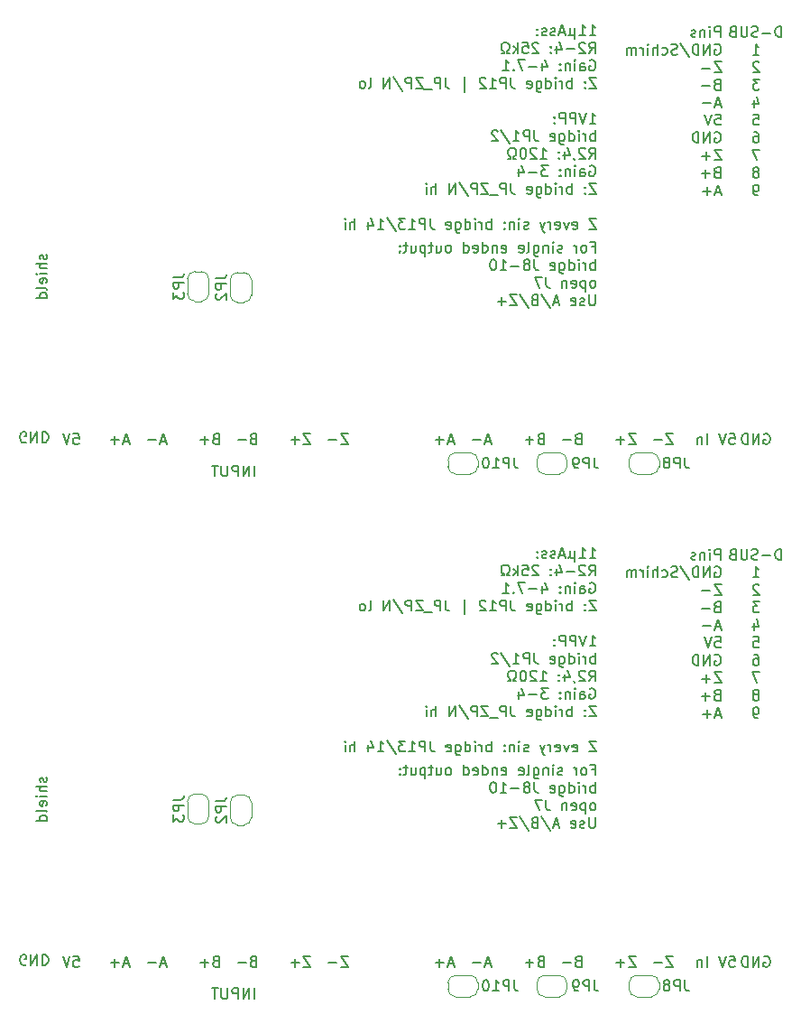
<source format=gbo>
G04 #@! TF.GenerationSoftware,KiCad,Pcbnew,(5.1.5)-3*
G04 #@! TF.CreationDate,2020-05-13T10:59:29+02:00*
G04 #@! TF.ProjectId,ICHaus,49434861-7573-42e6-9b69-6361645f7063,rev?*
G04 #@! TF.SameCoordinates,PX6422c40PYa6e49c0*
G04 #@! TF.FileFunction,Legend,Bot*
G04 #@! TF.FilePolarity,Positive*
%FSLAX46Y46*%
G04 Gerber Fmt 4.6, Leading zero omitted, Abs format (unit mm)*
G04 Created by KiCad (PCBNEW (5.1.5)-3) date 2020-05-13 10:59:29*
%MOMM*%
%LPD*%
G04 APERTURE LIST*
%ADD10C,0.150000*%
%ADD11C,0.120000*%
G04 APERTURE END LIST*
D10*
X-25202381Y54321429D02*
X-25345239Y54273810D01*
X-25392858Y54226191D01*
X-25440477Y54130953D01*
X-25440477Y53988096D01*
X-25392858Y53892858D01*
X-25345239Y53845239D01*
X-25250000Y53797620D01*
X-24869048Y53797620D01*
X-24869048Y54797620D01*
X-25202381Y54797620D01*
X-25297620Y54750000D01*
X-25345239Y54702381D01*
X-25392858Y54607143D01*
X-25392858Y54511905D01*
X-25345239Y54416667D01*
X-25297620Y54369048D01*
X-25202381Y54321429D01*
X-24869048Y54321429D01*
X-25869048Y54178572D02*
X-26630953Y54178572D01*
X-55702381Y54321429D02*
X-55845239Y54273810D01*
X-55892858Y54226191D01*
X-55940477Y54130953D01*
X-55940477Y53988096D01*
X-55892858Y53892858D01*
X-55845239Y53845239D01*
X-55750000Y53797620D01*
X-55369048Y53797620D01*
X-55369048Y54797620D01*
X-55702381Y54797620D01*
X-55797620Y54750000D01*
X-55845239Y54702381D01*
X-55892858Y54607143D01*
X-55892858Y54511905D01*
X-55845239Y54416667D01*
X-55797620Y54369048D01*
X-55702381Y54321429D01*
X-55369048Y54321429D01*
X-56369048Y54178572D02*
X-57130953Y54178572D01*
X-72559524Y54797620D02*
X-72083334Y54797620D01*
X-72035715Y54321429D01*
X-72083334Y54369048D01*
X-72178572Y54416667D01*
X-72416667Y54416667D01*
X-72511905Y54369048D01*
X-72559524Y54321429D01*
X-72607143Y54226191D01*
X-72607143Y53988096D01*
X-72559524Y53892858D01*
X-72511905Y53845239D01*
X-72416667Y53797620D01*
X-72178572Y53797620D01*
X-72083334Y53845239D01*
X-72035715Y53892858D01*
X-72892858Y54797620D02*
X-73226191Y53797620D01*
X-73559524Y54797620D01*
X-23918929Y72296429D02*
X-23585596Y72296429D01*
X-23585596Y71772620D02*
X-23585596Y72772620D01*
X-24061786Y72772620D01*
X-24585596Y71772620D02*
X-24490358Y71820239D01*
X-24442739Y71867858D01*
X-24395120Y71963096D01*
X-24395120Y72248810D01*
X-24442739Y72344048D01*
X-24490358Y72391667D01*
X-24585596Y72439286D01*
X-24728453Y72439286D01*
X-24823691Y72391667D01*
X-24871310Y72344048D01*
X-24918929Y72248810D01*
X-24918929Y71963096D01*
X-24871310Y71867858D01*
X-24823691Y71820239D01*
X-24728453Y71772620D01*
X-24585596Y71772620D01*
X-25347500Y71772620D02*
X-25347500Y72439286D01*
X-25347500Y72248810D02*
X-25395120Y72344048D01*
X-25442739Y72391667D01*
X-25537977Y72439286D01*
X-25633215Y72439286D01*
X-26680834Y71820239D02*
X-26776072Y71772620D01*
X-26966548Y71772620D01*
X-27061786Y71820239D01*
X-27109405Y71915477D01*
X-27109405Y71963096D01*
X-27061786Y72058334D01*
X-26966548Y72105953D01*
X-26823691Y72105953D01*
X-26728453Y72153572D01*
X-26680834Y72248810D01*
X-26680834Y72296429D01*
X-26728453Y72391667D01*
X-26823691Y72439286D01*
X-26966548Y72439286D01*
X-27061786Y72391667D01*
X-27537977Y71772620D02*
X-27537977Y72439286D01*
X-27537977Y72772620D02*
X-27490358Y72725000D01*
X-27537977Y72677381D01*
X-27585596Y72725000D01*
X-27537977Y72772620D01*
X-27537977Y72677381D01*
X-28014167Y72439286D02*
X-28014167Y71772620D01*
X-28014167Y72344048D02*
X-28061786Y72391667D01*
X-28157024Y72439286D01*
X-28299881Y72439286D01*
X-28395120Y72391667D01*
X-28442739Y72296429D01*
X-28442739Y71772620D01*
X-29347500Y72439286D02*
X-29347500Y71629762D01*
X-29299881Y71534524D01*
X-29252262Y71486905D01*
X-29157024Y71439286D01*
X-29014167Y71439286D01*
X-28918929Y71486905D01*
X-29347500Y71820239D02*
X-29252262Y71772620D01*
X-29061786Y71772620D01*
X-28966548Y71820239D01*
X-28918929Y71867858D01*
X-28871310Y71963096D01*
X-28871310Y72248810D01*
X-28918929Y72344048D01*
X-28966548Y72391667D01*
X-29061786Y72439286D01*
X-29252262Y72439286D01*
X-29347500Y72391667D01*
X-29966548Y71772620D02*
X-29871310Y71820239D01*
X-29823691Y71915477D01*
X-29823691Y72772620D01*
X-30728453Y71820239D02*
X-30633215Y71772620D01*
X-30442739Y71772620D01*
X-30347500Y71820239D01*
X-30299881Y71915477D01*
X-30299881Y72296429D01*
X-30347500Y72391667D01*
X-30442739Y72439286D01*
X-30633215Y72439286D01*
X-30728453Y72391667D01*
X-30776072Y72296429D01*
X-30776072Y72201191D01*
X-30299881Y72105953D01*
X-32347500Y71820239D02*
X-32252262Y71772620D01*
X-32061786Y71772620D01*
X-31966548Y71820239D01*
X-31918929Y71915477D01*
X-31918929Y72296429D01*
X-31966548Y72391667D01*
X-32061786Y72439286D01*
X-32252262Y72439286D01*
X-32347500Y72391667D01*
X-32395120Y72296429D01*
X-32395120Y72201191D01*
X-31918929Y72105953D01*
X-32823691Y72439286D02*
X-32823691Y71772620D01*
X-32823691Y72344048D02*
X-32871310Y72391667D01*
X-32966548Y72439286D01*
X-33109405Y72439286D01*
X-33204643Y72391667D01*
X-33252262Y72296429D01*
X-33252262Y71772620D01*
X-34157024Y71772620D02*
X-34157024Y72772620D01*
X-34157024Y71820239D02*
X-34061786Y71772620D01*
X-33871310Y71772620D01*
X-33776072Y71820239D01*
X-33728453Y71867858D01*
X-33680834Y71963096D01*
X-33680834Y72248810D01*
X-33728453Y72344048D01*
X-33776072Y72391667D01*
X-33871310Y72439286D01*
X-34061786Y72439286D01*
X-34157024Y72391667D01*
X-35014167Y71820239D02*
X-34918929Y71772620D01*
X-34728453Y71772620D01*
X-34633215Y71820239D01*
X-34585596Y71915477D01*
X-34585596Y72296429D01*
X-34633215Y72391667D01*
X-34728453Y72439286D01*
X-34918929Y72439286D01*
X-35014167Y72391667D01*
X-35061786Y72296429D01*
X-35061786Y72201191D01*
X-34585596Y72105953D01*
X-35918929Y71772620D02*
X-35918929Y72772620D01*
X-35918929Y71820239D02*
X-35823691Y71772620D01*
X-35633215Y71772620D01*
X-35537977Y71820239D01*
X-35490358Y71867858D01*
X-35442739Y71963096D01*
X-35442739Y72248810D01*
X-35490358Y72344048D01*
X-35537977Y72391667D01*
X-35633215Y72439286D01*
X-35823691Y72439286D01*
X-35918929Y72391667D01*
X-37299881Y71772620D02*
X-37204643Y71820239D01*
X-37157024Y71867858D01*
X-37109405Y71963096D01*
X-37109405Y72248810D01*
X-37157024Y72344048D01*
X-37204643Y72391667D01*
X-37299881Y72439286D01*
X-37442739Y72439286D01*
X-37537977Y72391667D01*
X-37585596Y72344048D01*
X-37633215Y72248810D01*
X-37633215Y71963096D01*
X-37585596Y71867858D01*
X-37537977Y71820239D01*
X-37442739Y71772620D01*
X-37299881Y71772620D01*
X-38490358Y72439286D02*
X-38490358Y71772620D01*
X-38061786Y72439286D02*
X-38061786Y71915477D01*
X-38109405Y71820239D01*
X-38204643Y71772620D01*
X-38347500Y71772620D01*
X-38442739Y71820239D01*
X-38490358Y71867858D01*
X-38823691Y72439286D02*
X-39204643Y72439286D01*
X-38966548Y72772620D02*
X-38966548Y71915477D01*
X-39014167Y71820239D01*
X-39109405Y71772620D01*
X-39204643Y71772620D01*
X-39537977Y72439286D02*
X-39537977Y71439286D01*
X-39537977Y72391667D02*
X-39633215Y72439286D01*
X-39823691Y72439286D01*
X-39918929Y72391667D01*
X-39966548Y72344048D01*
X-40014167Y72248810D01*
X-40014167Y71963096D01*
X-39966548Y71867858D01*
X-39918929Y71820239D01*
X-39823691Y71772620D01*
X-39633215Y71772620D01*
X-39537977Y71820239D01*
X-40871310Y72439286D02*
X-40871310Y71772620D01*
X-40442739Y72439286D02*
X-40442739Y71915477D01*
X-40490358Y71820239D01*
X-40585596Y71772620D01*
X-40728453Y71772620D01*
X-40823691Y71820239D01*
X-40871310Y71867858D01*
X-41204643Y72439286D02*
X-41585596Y72439286D01*
X-41347500Y72772620D02*
X-41347500Y71915477D01*
X-41395120Y71820239D01*
X-41490358Y71772620D01*
X-41585596Y71772620D01*
X-41918929Y71867858D02*
X-41966548Y71820239D01*
X-41918929Y71772620D01*
X-41871310Y71820239D01*
X-41918929Y71867858D01*
X-41918929Y71772620D01*
X-41918929Y72391667D02*
X-41966548Y72344048D01*
X-41918929Y72296429D01*
X-41871310Y72344048D01*
X-41918929Y72391667D01*
X-41918929Y72296429D01*
X-23585596Y70122620D02*
X-23585596Y71122620D01*
X-23585596Y70741667D02*
X-23680834Y70789286D01*
X-23871310Y70789286D01*
X-23966548Y70741667D01*
X-24014167Y70694048D01*
X-24061786Y70598810D01*
X-24061786Y70313096D01*
X-24014167Y70217858D01*
X-23966548Y70170239D01*
X-23871310Y70122620D01*
X-23680834Y70122620D01*
X-23585596Y70170239D01*
X-24490358Y70122620D02*
X-24490358Y70789286D01*
X-24490358Y70598810D02*
X-24537977Y70694048D01*
X-24585596Y70741667D01*
X-24680834Y70789286D01*
X-24776072Y70789286D01*
X-25109405Y70122620D02*
X-25109405Y70789286D01*
X-25109405Y71122620D02*
X-25061786Y71075000D01*
X-25109405Y71027381D01*
X-25157024Y71075000D01*
X-25109405Y71122620D01*
X-25109405Y71027381D01*
X-26014167Y70122620D02*
X-26014167Y71122620D01*
X-26014167Y70170239D02*
X-25918929Y70122620D01*
X-25728453Y70122620D01*
X-25633215Y70170239D01*
X-25585596Y70217858D01*
X-25537977Y70313096D01*
X-25537977Y70598810D01*
X-25585596Y70694048D01*
X-25633215Y70741667D01*
X-25728453Y70789286D01*
X-25918929Y70789286D01*
X-26014167Y70741667D01*
X-26918929Y70789286D02*
X-26918929Y69979762D01*
X-26871310Y69884524D01*
X-26823691Y69836905D01*
X-26728453Y69789286D01*
X-26585596Y69789286D01*
X-26490358Y69836905D01*
X-26918929Y70170239D02*
X-26823691Y70122620D01*
X-26633215Y70122620D01*
X-26537977Y70170239D01*
X-26490358Y70217858D01*
X-26442739Y70313096D01*
X-26442739Y70598810D01*
X-26490358Y70694048D01*
X-26537977Y70741667D01*
X-26633215Y70789286D01*
X-26823691Y70789286D01*
X-26918929Y70741667D01*
X-27776072Y70170239D02*
X-27680834Y70122620D01*
X-27490358Y70122620D01*
X-27395120Y70170239D01*
X-27347500Y70265477D01*
X-27347500Y70646429D01*
X-27395120Y70741667D01*
X-27490358Y70789286D01*
X-27680834Y70789286D01*
X-27776072Y70741667D01*
X-27823691Y70646429D01*
X-27823691Y70551191D01*
X-27347500Y70455953D01*
X-29299881Y71122620D02*
X-29299881Y70408334D01*
X-29252262Y70265477D01*
X-29157024Y70170239D01*
X-29014167Y70122620D01*
X-28918929Y70122620D01*
X-29918929Y70694048D02*
X-29823691Y70741667D01*
X-29776072Y70789286D01*
X-29728453Y70884524D01*
X-29728453Y70932143D01*
X-29776072Y71027381D01*
X-29823691Y71075000D01*
X-29918929Y71122620D01*
X-30109405Y71122620D01*
X-30204643Y71075000D01*
X-30252262Y71027381D01*
X-30299881Y70932143D01*
X-30299881Y70884524D01*
X-30252262Y70789286D01*
X-30204643Y70741667D01*
X-30109405Y70694048D01*
X-29918929Y70694048D01*
X-29823691Y70646429D01*
X-29776072Y70598810D01*
X-29728453Y70503572D01*
X-29728453Y70313096D01*
X-29776072Y70217858D01*
X-29823691Y70170239D01*
X-29918929Y70122620D01*
X-30109405Y70122620D01*
X-30204643Y70170239D01*
X-30252262Y70217858D01*
X-30299881Y70313096D01*
X-30299881Y70503572D01*
X-30252262Y70598810D01*
X-30204643Y70646429D01*
X-30109405Y70694048D01*
X-30728453Y70503572D02*
X-31490358Y70503572D01*
X-32490358Y70122620D02*
X-31918929Y70122620D01*
X-32204643Y70122620D02*
X-32204643Y71122620D01*
X-32109405Y70979762D01*
X-32014167Y70884524D01*
X-31918929Y70836905D01*
X-33109405Y71122620D02*
X-33204643Y71122620D01*
X-33299881Y71075000D01*
X-33347500Y71027381D01*
X-33395120Y70932143D01*
X-33442739Y70741667D01*
X-33442739Y70503572D01*
X-33395120Y70313096D01*
X-33347500Y70217858D01*
X-33299881Y70170239D01*
X-33204643Y70122620D01*
X-33109405Y70122620D01*
X-33014167Y70170239D01*
X-32966548Y70217858D01*
X-32918929Y70313096D01*
X-32871310Y70503572D01*
X-32871310Y70741667D01*
X-32918929Y70932143D01*
X-32966548Y71027381D01*
X-33014167Y71075000D01*
X-33109405Y71122620D01*
X-23728453Y68472620D02*
X-23633215Y68520239D01*
X-23585596Y68567858D01*
X-23537977Y68663096D01*
X-23537977Y68948810D01*
X-23585596Y69044048D01*
X-23633215Y69091667D01*
X-23728453Y69139286D01*
X-23871310Y69139286D01*
X-23966548Y69091667D01*
X-24014167Y69044048D01*
X-24061786Y68948810D01*
X-24061786Y68663096D01*
X-24014167Y68567858D01*
X-23966548Y68520239D01*
X-23871310Y68472620D01*
X-23728453Y68472620D01*
X-24490358Y69139286D02*
X-24490358Y68139286D01*
X-24490358Y69091667D02*
X-24585596Y69139286D01*
X-24776072Y69139286D01*
X-24871310Y69091667D01*
X-24918929Y69044048D01*
X-24966548Y68948810D01*
X-24966548Y68663096D01*
X-24918929Y68567858D01*
X-24871310Y68520239D01*
X-24776072Y68472620D01*
X-24585596Y68472620D01*
X-24490358Y68520239D01*
X-25776072Y68520239D02*
X-25680834Y68472620D01*
X-25490358Y68472620D01*
X-25395120Y68520239D01*
X-25347500Y68615477D01*
X-25347500Y68996429D01*
X-25395120Y69091667D01*
X-25490358Y69139286D01*
X-25680834Y69139286D01*
X-25776072Y69091667D01*
X-25823691Y68996429D01*
X-25823691Y68901191D01*
X-25347500Y68805953D01*
X-26252262Y69139286D02*
X-26252262Y68472620D01*
X-26252262Y69044048D02*
X-26299881Y69091667D01*
X-26395120Y69139286D01*
X-26537977Y69139286D01*
X-26633215Y69091667D01*
X-26680834Y68996429D01*
X-26680834Y68472620D01*
X-28204643Y69472620D02*
X-28204643Y68758334D01*
X-28157024Y68615477D01*
X-28061786Y68520239D01*
X-27918929Y68472620D01*
X-27823691Y68472620D01*
X-28585596Y69472620D02*
X-29252262Y69472620D01*
X-28823691Y68472620D01*
X-23585596Y67822620D02*
X-23585596Y67013096D01*
X-23633215Y66917858D01*
X-23680834Y66870239D01*
X-23776072Y66822620D01*
X-23966548Y66822620D01*
X-24061786Y66870239D01*
X-24109405Y66917858D01*
X-24157024Y67013096D01*
X-24157024Y67822620D01*
X-24585596Y66870239D02*
X-24680834Y66822620D01*
X-24871310Y66822620D01*
X-24966548Y66870239D01*
X-25014167Y66965477D01*
X-25014167Y67013096D01*
X-24966548Y67108334D01*
X-24871310Y67155953D01*
X-24728453Y67155953D01*
X-24633215Y67203572D01*
X-24585596Y67298810D01*
X-24585596Y67346429D01*
X-24633215Y67441667D01*
X-24728453Y67489286D01*
X-24871310Y67489286D01*
X-24966548Y67441667D01*
X-25823691Y66870239D02*
X-25728453Y66822620D01*
X-25537977Y66822620D01*
X-25442739Y66870239D01*
X-25395120Y66965477D01*
X-25395120Y67346429D01*
X-25442739Y67441667D01*
X-25537977Y67489286D01*
X-25728453Y67489286D01*
X-25823691Y67441667D01*
X-25871310Y67346429D01*
X-25871310Y67251191D01*
X-25395120Y67155953D01*
X-27014167Y67108334D02*
X-27490358Y67108334D01*
X-26918929Y66822620D02*
X-27252262Y67822620D01*
X-27585596Y66822620D01*
X-28633215Y67870239D02*
X-27776072Y66584524D01*
X-29299881Y67346429D02*
X-29442739Y67298810D01*
X-29490358Y67251191D01*
X-29537977Y67155953D01*
X-29537977Y67013096D01*
X-29490358Y66917858D01*
X-29442739Y66870239D01*
X-29347500Y66822620D01*
X-28966548Y66822620D01*
X-28966548Y67822620D01*
X-29299881Y67822620D01*
X-29395120Y67775000D01*
X-29442739Y67727381D01*
X-29490358Y67632143D01*
X-29490358Y67536905D01*
X-29442739Y67441667D01*
X-29395120Y67394048D01*
X-29299881Y67346429D01*
X-28966548Y67346429D01*
X-30680834Y67870239D02*
X-29823691Y66584524D01*
X-30918929Y67822620D02*
X-31585596Y67822620D01*
X-30918929Y66822620D01*
X-31585596Y66822620D01*
X-31966548Y67203572D02*
X-32728453Y67203572D01*
X-32347500Y66822620D02*
X-32347500Y67584524D01*
X-11835596Y91972620D02*
X-11835596Y92972620D01*
X-12216548Y92972620D01*
X-12311786Y92925000D01*
X-12359405Y92877381D01*
X-12407024Y92782143D01*
X-12407024Y92639286D01*
X-12359405Y92544048D01*
X-12311786Y92496429D01*
X-12216548Y92448810D01*
X-11835596Y92448810D01*
X-12835596Y91972620D02*
X-12835596Y92639286D01*
X-12835596Y92972620D02*
X-12787977Y92925000D01*
X-12835596Y92877381D01*
X-12883215Y92925000D01*
X-12835596Y92972620D01*
X-12835596Y92877381D01*
X-13311786Y92639286D02*
X-13311786Y91972620D01*
X-13311786Y92544048D02*
X-13359405Y92591667D01*
X-13454643Y92639286D01*
X-13597500Y92639286D01*
X-13692739Y92591667D01*
X-13740358Y92496429D01*
X-13740358Y91972620D01*
X-14168929Y92020239D02*
X-14264167Y91972620D01*
X-14454643Y91972620D01*
X-14549881Y92020239D01*
X-14597500Y92115477D01*
X-14597500Y92163096D01*
X-14549881Y92258334D01*
X-14454643Y92305953D01*
X-14311786Y92305953D01*
X-14216548Y92353572D01*
X-14168929Y92448810D01*
X-14168929Y92496429D01*
X-14216548Y92591667D01*
X-14311786Y92639286D01*
X-14454643Y92639286D01*
X-14549881Y92591667D01*
X-12359405Y91275000D02*
X-12264167Y91322620D01*
X-12121310Y91322620D01*
X-11978453Y91275000D01*
X-11883215Y91179762D01*
X-11835596Y91084524D01*
X-11787977Y90894048D01*
X-11787977Y90751191D01*
X-11835596Y90560715D01*
X-11883215Y90465477D01*
X-11978453Y90370239D01*
X-12121310Y90322620D01*
X-12216548Y90322620D01*
X-12359405Y90370239D01*
X-12407024Y90417858D01*
X-12407024Y90751191D01*
X-12216548Y90751191D01*
X-12835596Y90322620D02*
X-12835596Y91322620D01*
X-13407024Y90322620D01*
X-13407024Y91322620D01*
X-13883215Y90322620D02*
X-13883215Y91322620D01*
X-14121310Y91322620D01*
X-14264167Y91275000D01*
X-14359405Y91179762D01*
X-14407024Y91084524D01*
X-14454643Y90894048D01*
X-14454643Y90751191D01*
X-14407024Y90560715D01*
X-14359405Y90465477D01*
X-14264167Y90370239D01*
X-14121310Y90322620D01*
X-13883215Y90322620D01*
X-15597500Y91370239D02*
X-14740358Y90084524D01*
X-15883215Y90370239D02*
X-16026072Y90322620D01*
X-16264167Y90322620D01*
X-16359405Y90370239D01*
X-16407024Y90417858D01*
X-16454643Y90513096D01*
X-16454643Y90608334D01*
X-16407024Y90703572D01*
X-16359405Y90751191D01*
X-16264167Y90798810D01*
X-16073691Y90846429D01*
X-15978453Y90894048D01*
X-15930834Y90941667D01*
X-15883215Y91036905D01*
X-15883215Y91132143D01*
X-15930834Y91227381D01*
X-15978453Y91275000D01*
X-16073691Y91322620D01*
X-16311786Y91322620D01*
X-16454643Y91275000D01*
X-17311786Y90370239D02*
X-17216548Y90322620D01*
X-17026072Y90322620D01*
X-16930834Y90370239D01*
X-16883215Y90417858D01*
X-16835596Y90513096D01*
X-16835596Y90798810D01*
X-16883215Y90894048D01*
X-16930834Y90941667D01*
X-17026072Y90989286D01*
X-17216548Y90989286D01*
X-17311786Y90941667D01*
X-17740358Y90322620D02*
X-17740358Y91322620D01*
X-18168929Y90322620D02*
X-18168929Y90846429D01*
X-18121310Y90941667D01*
X-18026072Y90989286D01*
X-17883215Y90989286D01*
X-17787977Y90941667D01*
X-17740358Y90894048D01*
X-18645120Y90322620D02*
X-18645120Y90989286D01*
X-18645120Y91322620D02*
X-18597500Y91275000D01*
X-18645120Y91227381D01*
X-18692739Y91275000D01*
X-18645120Y91322620D01*
X-18645120Y91227381D01*
X-19121310Y90322620D02*
X-19121310Y90989286D01*
X-19121310Y90798810D02*
X-19168929Y90894048D01*
X-19216548Y90941667D01*
X-19311786Y90989286D01*
X-19407024Y90989286D01*
X-19740358Y90322620D02*
X-19740358Y90989286D01*
X-19740358Y90894048D02*
X-19787977Y90941667D01*
X-19883215Y90989286D01*
X-20026072Y90989286D01*
X-20121310Y90941667D01*
X-20168929Y90846429D01*
X-20168929Y90322620D01*
X-20168929Y90846429D02*
X-20216548Y90941667D01*
X-20311786Y90989286D01*
X-20454643Y90989286D01*
X-20549881Y90941667D01*
X-20597500Y90846429D01*
X-20597500Y90322620D01*
X-11740358Y89672620D02*
X-12407024Y89672620D01*
X-11740358Y88672620D01*
X-12407024Y88672620D01*
X-12787977Y89053572D02*
X-13549881Y89053572D01*
X-12168929Y87546429D02*
X-12311786Y87498810D01*
X-12359405Y87451191D01*
X-12407024Y87355953D01*
X-12407024Y87213096D01*
X-12359405Y87117858D01*
X-12311786Y87070239D01*
X-12216548Y87022620D01*
X-11835596Y87022620D01*
X-11835596Y88022620D01*
X-12168929Y88022620D01*
X-12264167Y87975000D01*
X-12311786Y87927381D01*
X-12359405Y87832143D01*
X-12359405Y87736905D01*
X-12311786Y87641667D01*
X-12264167Y87594048D01*
X-12168929Y87546429D01*
X-11835596Y87546429D01*
X-12835596Y87403572D02*
X-13597500Y87403572D01*
X-11787977Y85658334D02*
X-12264167Y85658334D01*
X-11692739Y85372620D02*
X-12026072Y86372620D01*
X-12359405Y85372620D01*
X-12692739Y85753572D02*
X-13454643Y85753572D01*
X-12311786Y84722620D02*
X-11835596Y84722620D01*
X-11787977Y84246429D01*
X-11835596Y84294048D01*
X-11930834Y84341667D01*
X-12168929Y84341667D01*
X-12264167Y84294048D01*
X-12311786Y84246429D01*
X-12359405Y84151191D01*
X-12359405Y83913096D01*
X-12311786Y83817858D01*
X-12264167Y83770239D01*
X-12168929Y83722620D01*
X-11930834Y83722620D01*
X-11835596Y83770239D01*
X-11787977Y83817858D01*
X-12645120Y84722620D02*
X-12978453Y83722620D01*
X-13311786Y84722620D01*
X-12359405Y83025000D02*
X-12264167Y83072620D01*
X-12121310Y83072620D01*
X-11978453Y83025000D01*
X-11883215Y82929762D01*
X-11835596Y82834524D01*
X-11787977Y82644048D01*
X-11787977Y82501191D01*
X-11835596Y82310715D01*
X-11883215Y82215477D01*
X-11978453Y82120239D01*
X-12121310Y82072620D01*
X-12216548Y82072620D01*
X-12359405Y82120239D01*
X-12407024Y82167858D01*
X-12407024Y82501191D01*
X-12216548Y82501191D01*
X-12835596Y82072620D02*
X-12835596Y83072620D01*
X-13407024Y82072620D01*
X-13407024Y83072620D01*
X-13883215Y82072620D02*
X-13883215Y83072620D01*
X-14121310Y83072620D01*
X-14264167Y83025000D01*
X-14359405Y82929762D01*
X-14407024Y82834524D01*
X-14454643Y82644048D01*
X-14454643Y82501191D01*
X-14407024Y82310715D01*
X-14359405Y82215477D01*
X-14264167Y82120239D01*
X-14121310Y82072620D01*
X-13883215Y82072620D01*
X-11740358Y81422620D02*
X-12407024Y81422620D01*
X-11740358Y80422620D01*
X-12407024Y80422620D01*
X-12787977Y80803572D02*
X-13549881Y80803572D01*
X-13168929Y80422620D02*
X-13168929Y81184524D01*
X-12168929Y79296429D02*
X-12311786Y79248810D01*
X-12359405Y79201191D01*
X-12407024Y79105953D01*
X-12407024Y78963096D01*
X-12359405Y78867858D01*
X-12311786Y78820239D01*
X-12216548Y78772620D01*
X-11835596Y78772620D01*
X-11835596Y79772620D01*
X-12168929Y79772620D01*
X-12264167Y79725000D01*
X-12311786Y79677381D01*
X-12359405Y79582143D01*
X-12359405Y79486905D01*
X-12311786Y79391667D01*
X-12264167Y79344048D01*
X-12168929Y79296429D01*
X-11835596Y79296429D01*
X-12835596Y79153572D02*
X-13597500Y79153572D01*
X-13216548Y78772620D02*
X-13216548Y79534524D01*
X-11787977Y77408334D02*
X-12264167Y77408334D01*
X-11692739Y77122620D02*
X-12026072Y78122620D01*
X-12359405Y77122620D01*
X-12692739Y77503572D02*
X-13454643Y77503572D01*
X-13073691Y77122620D02*
X-13073691Y77884524D01*
X-6119048Y91972620D02*
X-6119048Y92972620D01*
X-6357143Y92972620D01*
X-6500000Y92925000D01*
X-6595239Y92829762D01*
X-6642858Y92734524D01*
X-6690477Y92544048D01*
X-6690477Y92401191D01*
X-6642858Y92210715D01*
X-6595239Y92115477D01*
X-6500000Y92020239D01*
X-6357143Y91972620D01*
X-6119048Y91972620D01*
X-7119048Y92353572D02*
X-7880953Y92353572D01*
X-8309524Y92020239D02*
X-8452381Y91972620D01*
X-8690477Y91972620D01*
X-8785715Y92020239D01*
X-8833334Y92067858D01*
X-8880953Y92163096D01*
X-8880953Y92258334D01*
X-8833334Y92353572D01*
X-8785715Y92401191D01*
X-8690477Y92448810D01*
X-8500000Y92496429D01*
X-8404762Y92544048D01*
X-8357143Y92591667D01*
X-8309524Y92686905D01*
X-8309524Y92782143D01*
X-8357143Y92877381D01*
X-8404762Y92925000D01*
X-8500000Y92972620D01*
X-8738096Y92972620D01*
X-8880953Y92925000D01*
X-9309524Y92972620D02*
X-9309524Y92163096D01*
X-9357143Y92067858D01*
X-9404762Y92020239D01*
X-9500000Y91972620D01*
X-9690477Y91972620D01*
X-9785715Y92020239D01*
X-9833334Y92067858D01*
X-9880953Y92163096D01*
X-9880953Y92972620D01*
X-10690477Y92496429D02*
X-10833334Y92448810D01*
X-10880953Y92401191D01*
X-10928572Y92305953D01*
X-10928572Y92163096D01*
X-10880953Y92067858D01*
X-10833334Y92020239D01*
X-10738096Y91972620D01*
X-10357143Y91972620D01*
X-10357143Y92972620D01*
X-10690477Y92972620D01*
X-10785715Y92925000D01*
X-10833334Y92877381D01*
X-10880953Y92782143D01*
X-10880953Y92686905D01*
X-10833334Y92591667D01*
X-10785715Y92544048D01*
X-10690477Y92496429D01*
X-10357143Y92496429D01*
X-8785715Y90322620D02*
X-8214286Y90322620D01*
X-8500000Y90322620D02*
X-8500000Y91322620D01*
X-8404762Y91179762D01*
X-8309524Y91084524D01*
X-8214286Y91036905D01*
X-8214286Y89577381D02*
X-8261905Y89625000D01*
X-8357143Y89672620D01*
X-8595239Y89672620D01*
X-8690477Y89625000D01*
X-8738096Y89577381D01*
X-8785715Y89482143D01*
X-8785715Y89386905D01*
X-8738096Y89244048D01*
X-8166667Y88672620D01*
X-8785715Y88672620D01*
X-8166667Y88022620D02*
X-8785715Y88022620D01*
X-8452381Y87641667D01*
X-8595239Y87641667D01*
X-8690477Y87594048D01*
X-8738096Y87546429D01*
X-8785715Y87451191D01*
X-8785715Y87213096D01*
X-8738096Y87117858D01*
X-8690477Y87070239D01*
X-8595239Y87022620D01*
X-8309524Y87022620D01*
X-8214286Y87070239D01*
X-8166667Y87117858D01*
X-8690477Y86039286D02*
X-8690477Y85372620D01*
X-8452381Y86420239D02*
X-8214286Y85705953D01*
X-8833334Y85705953D01*
X-8738096Y84722620D02*
X-8261905Y84722620D01*
X-8214286Y84246429D01*
X-8261905Y84294048D01*
X-8357143Y84341667D01*
X-8595239Y84341667D01*
X-8690477Y84294048D01*
X-8738096Y84246429D01*
X-8785715Y84151191D01*
X-8785715Y83913096D01*
X-8738096Y83817858D01*
X-8690477Y83770239D01*
X-8595239Y83722620D01*
X-8357143Y83722620D01*
X-8261905Y83770239D01*
X-8214286Y83817858D01*
X-8690477Y83072620D02*
X-8500000Y83072620D01*
X-8404762Y83025000D01*
X-8357143Y82977381D01*
X-8261905Y82834524D01*
X-8214286Y82644048D01*
X-8214286Y82263096D01*
X-8261905Y82167858D01*
X-8309524Y82120239D01*
X-8404762Y82072620D01*
X-8595239Y82072620D01*
X-8690477Y82120239D01*
X-8738096Y82167858D01*
X-8785715Y82263096D01*
X-8785715Y82501191D01*
X-8738096Y82596429D01*
X-8690477Y82644048D01*
X-8595239Y82691667D01*
X-8404762Y82691667D01*
X-8309524Y82644048D01*
X-8261905Y82596429D01*
X-8214286Y82501191D01*
X-8166667Y81422620D02*
X-8833334Y81422620D01*
X-8404762Y80422620D01*
X-8404762Y79344048D02*
X-8309524Y79391667D01*
X-8261905Y79439286D01*
X-8214286Y79534524D01*
X-8214286Y79582143D01*
X-8261905Y79677381D01*
X-8309524Y79725000D01*
X-8404762Y79772620D01*
X-8595239Y79772620D01*
X-8690477Y79725000D01*
X-8738096Y79677381D01*
X-8785715Y79582143D01*
X-8785715Y79534524D01*
X-8738096Y79439286D01*
X-8690477Y79391667D01*
X-8595239Y79344048D01*
X-8404762Y79344048D01*
X-8309524Y79296429D01*
X-8261905Y79248810D01*
X-8214286Y79153572D01*
X-8214286Y78963096D01*
X-8261905Y78867858D01*
X-8309524Y78820239D01*
X-8404762Y78772620D01*
X-8595239Y78772620D01*
X-8690477Y78820239D01*
X-8738096Y78867858D01*
X-8785715Y78963096D01*
X-8785715Y79153572D01*
X-8738096Y79248810D01*
X-8690477Y79296429D01*
X-8595239Y79344048D01*
X-8309524Y77122620D02*
X-8500000Y77122620D01*
X-8595239Y77170239D01*
X-8642858Y77217858D01*
X-8738096Y77360715D01*
X-8785715Y77551191D01*
X-8785715Y77932143D01*
X-8738096Y78027381D01*
X-8690477Y78075000D01*
X-8595239Y78122620D01*
X-8404762Y78122620D01*
X-8309524Y78075000D01*
X-8261905Y78027381D01*
X-8214286Y77932143D01*
X-8214286Y77694048D01*
X-8261905Y77598810D01*
X-8309524Y77551191D01*
X-8404762Y77503572D01*
X-8595239Y77503572D01*
X-8690477Y77551191D01*
X-8738096Y77598810D01*
X-8785715Y77694048D01*
X-19797620Y54797620D02*
X-20464286Y54797620D01*
X-19797620Y53797620D01*
X-20464286Y53797620D01*
X-20845239Y54178572D02*
X-21607143Y54178572D01*
X-21226191Y53797620D02*
X-21226191Y54559524D01*
X-10988096Y54797620D02*
X-10511905Y54797620D01*
X-10464286Y54321429D01*
X-10511905Y54369048D01*
X-10607143Y54416667D01*
X-10845239Y54416667D01*
X-10940477Y54369048D01*
X-10988096Y54321429D01*
X-11035715Y54226191D01*
X-11035715Y53988096D01*
X-10988096Y53892858D01*
X-10940477Y53845239D01*
X-10845239Y53797620D01*
X-10607143Y53797620D01*
X-10511905Y53845239D01*
X-10464286Y53892858D01*
X-11321429Y54797620D02*
X-11654762Y53797620D01*
X-11988096Y54797620D01*
X-13083334Y53797620D02*
X-13083334Y54797620D01*
X-13559524Y54464286D02*
X-13559524Y53797620D01*
X-13559524Y54369048D02*
X-13607143Y54416667D01*
X-13702381Y54464286D01*
X-13845239Y54464286D01*
X-13940477Y54416667D01*
X-13988096Y54321429D01*
X-13988096Y53797620D01*
X-77011905Y54000000D02*
X-77107143Y53952381D01*
X-77250000Y53952381D01*
X-77392858Y54000000D01*
X-77488096Y54095239D01*
X-77535715Y54190477D01*
X-77583334Y54380953D01*
X-77583334Y54523810D01*
X-77535715Y54714286D01*
X-77488096Y54809524D01*
X-77392858Y54904762D01*
X-77250000Y54952381D01*
X-77154762Y54952381D01*
X-77011905Y54904762D01*
X-76964286Y54857143D01*
X-76964286Y54523810D01*
X-77154762Y54523810D01*
X-76535715Y54952381D02*
X-76535715Y53952381D01*
X-75964286Y54952381D01*
X-75964286Y53952381D01*
X-75488096Y54952381D02*
X-75488096Y53952381D01*
X-75250000Y53952381D01*
X-75107143Y54000000D01*
X-75011905Y54095239D01*
X-74964286Y54190477D01*
X-74916667Y54380953D01*
X-74916667Y54523810D01*
X-74964286Y54714286D01*
X-75011905Y54809524D01*
X-75107143Y54904762D01*
X-75250000Y54952381D01*
X-75488096Y54952381D01*
X-28702381Y54321429D02*
X-28845239Y54273810D01*
X-28892858Y54226191D01*
X-28940477Y54130953D01*
X-28940477Y53988096D01*
X-28892858Y53892858D01*
X-28845239Y53845239D01*
X-28750000Y53797620D01*
X-28369048Y53797620D01*
X-28369048Y54797620D01*
X-28702381Y54797620D01*
X-28797620Y54750000D01*
X-28845239Y54702381D01*
X-28892858Y54607143D01*
X-28892858Y54511905D01*
X-28845239Y54416667D01*
X-28797620Y54369048D01*
X-28702381Y54321429D01*
X-28369048Y54321429D01*
X-29369048Y54178572D02*
X-30130953Y54178572D01*
X-29750000Y53797620D02*
X-29750000Y54559524D01*
X-24109405Y92122620D02*
X-23537977Y92122620D01*
X-23823691Y92122620D02*
X-23823691Y93122620D01*
X-23728453Y92979762D01*
X-23633215Y92884524D01*
X-23537977Y92836905D01*
X-25061786Y92122620D02*
X-24490358Y92122620D01*
X-24776072Y92122620D02*
X-24776072Y93122620D01*
X-24680834Y92979762D01*
X-24585596Y92884524D01*
X-24490358Y92836905D01*
X-25490358Y92789286D02*
X-25490358Y91789286D01*
X-25966548Y92265477D02*
X-26014167Y92170239D01*
X-26109405Y92122620D01*
X-25490358Y92265477D02*
X-25537977Y92170239D01*
X-25633215Y92122620D01*
X-25823691Y92122620D01*
X-25918929Y92170239D01*
X-25966548Y92265477D01*
X-25966548Y92789286D01*
X-26490358Y92408334D02*
X-26966548Y92408334D01*
X-26395120Y92122620D02*
X-26728453Y93122620D01*
X-27061786Y92122620D01*
X-27347500Y92170239D02*
X-27442739Y92122620D01*
X-27633215Y92122620D01*
X-27728453Y92170239D01*
X-27776072Y92265477D01*
X-27776072Y92313096D01*
X-27728453Y92408334D01*
X-27633215Y92455953D01*
X-27490358Y92455953D01*
X-27395120Y92503572D01*
X-27347500Y92598810D01*
X-27347500Y92646429D01*
X-27395120Y92741667D01*
X-27490358Y92789286D01*
X-27633215Y92789286D01*
X-27728453Y92741667D01*
X-28157024Y92170239D02*
X-28252262Y92122620D01*
X-28442739Y92122620D01*
X-28537977Y92170239D01*
X-28585596Y92265477D01*
X-28585596Y92313096D01*
X-28537977Y92408334D01*
X-28442739Y92455953D01*
X-28299881Y92455953D01*
X-28204643Y92503572D01*
X-28157024Y92598810D01*
X-28157024Y92646429D01*
X-28204643Y92741667D01*
X-28299881Y92789286D01*
X-28442739Y92789286D01*
X-28537977Y92741667D01*
X-29014167Y92217858D02*
X-29061786Y92170239D01*
X-29014167Y92122620D01*
X-28966548Y92170239D01*
X-29014167Y92217858D01*
X-29014167Y92122620D01*
X-29014167Y92741667D02*
X-29061786Y92694048D01*
X-29014167Y92646429D01*
X-28966548Y92694048D01*
X-29014167Y92741667D01*
X-29014167Y92646429D01*
X-24157024Y90472620D02*
X-23823691Y90948810D01*
X-23585596Y90472620D02*
X-23585596Y91472620D01*
X-23966548Y91472620D01*
X-24061786Y91425000D01*
X-24109405Y91377381D01*
X-24157024Y91282143D01*
X-24157024Y91139286D01*
X-24109405Y91044048D01*
X-24061786Y90996429D01*
X-23966548Y90948810D01*
X-23585596Y90948810D01*
X-24537977Y91377381D02*
X-24585596Y91425000D01*
X-24680834Y91472620D01*
X-24918929Y91472620D01*
X-25014167Y91425000D01*
X-25061786Y91377381D01*
X-25109405Y91282143D01*
X-25109405Y91186905D01*
X-25061786Y91044048D01*
X-24490358Y90472620D01*
X-25109405Y90472620D01*
X-25537977Y90853572D02*
X-26299881Y90853572D01*
X-27204643Y91139286D02*
X-27204643Y90472620D01*
X-26966548Y91520239D02*
X-26728453Y90805953D01*
X-27347500Y90805953D01*
X-27728453Y90567858D02*
X-27776072Y90520239D01*
X-27728453Y90472620D01*
X-27680834Y90520239D01*
X-27728453Y90567858D01*
X-27728453Y90472620D01*
X-27728453Y91091667D02*
X-27776072Y91044048D01*
X-27728453Y90996429D01*
X-27680834Y91044048D01*
X-27728453Y91091667D01*
X-27728453Y90996429D01*
X-28918929Y91377381D02*
X-28966548Y91425000D01*
X-29061786Y91472620D01*
X-29299881Y91472620D01*
X-29395120Y91425000D01*
X-29442739Y91377381D01*
X-29490358Y91282143D01*
X-29490358Y91186905D01*
X-29442739Y91044048D01*
X-28871310Y90472620D01*
X-29490358Y90472620D01*
X-30395120Y91472620D02*
X-29918929Y91472620D01*
X-29871310Y90996429D01*
X-29918929Y91044048D01*
X-30014167Y91091667D01*
X-30252262Y91091667D01*
X-30347500Y91044048D01*
X-30395120Y90996429D01*
X-30442739Y90901191D01*
X-30442739Y90663096D01*
X-30395120Y90567858D01*
X-30347500Y90520239D01*
X-30252262Y90472620D01*
X-30014167Y90472620D01*
X-29918929Y90520239D01*
X-29871310Y90567858D01*
X-30871310Y90472620D02*
X-30871310Y91472620D01*
X-30966548Y90853572D02*
X-31252262Y90472620D01*
X-31252262Y91139286D02*
X-30871310Y90758334D01*
X-31633215Y90472620D02*
X-31871310Y90472620D01*
X-31871310Y90663096D01*
X-31776072Y90710715D01*
X-31680834Y90805953D01*
X-31633215Y90948810D01*
X-31633215Y91186905D01*
X-31680834Y91329762D01*
X-31776072Y91425000D01*
X-31918929Y91472620D01*
X-32109405Y91472620D01*
X-32252262Y91425000D01*
X-32347500Y91329762D01*
X-32395120Y91186905D01*
X-32395120Y90948810D01*
X-32347500Y90805953D01*
X-32252262Y90710715D01*
X-32157024Y90663096D01*
X-32157024Y90472620D01*
X-32395120Y90472620D01*
X-24109405Y89775000D02*
X-24014167Y89822620D01*
X-23871310Y89822620D01*
X-23728453Y89775000D01*
X-23633215Y89679762D01*
X-23585596Y89584524D01*
X-23537977Y89394048D01*
X-23537977Y89251191D01*
X-23585596Y89060715D01*
X-23633215Y88965477D01*
X-23728453Y88870239D01*
X-23871310Y88822620D01*
X-23966548Y88822620D01*
X-24109405Y88870239D01*
X-24157024Y88917858D01*
X-24157024Y89251191D01*
X-23966548Y89251191D01*
X-25014167Y88822620D02*
X-25014167Y89346429D01*
X-24966548Y89441667D01*
X-24871310Y89489286D01*
X-24680834Y89489286D01*
X-24585596Y89441667D01*
X-25014167Y88870239D02*
X-24918929Y88822620D01*
X-24680834Y88822620D01*
X-24585596Y88870239D01*
X-24537977Y88965477D01*
X-24537977Y89060715D01*
X-24585596Y89155953D01*
X-24680834Y89203572D01*
X-24918929Y89203572D01*
X-25014167Y89251191D01*
X-25490358Y88822620D02*
X-25490358Y89489286D01*
X-25490358Y89822620D02*
X-25442739Y89775000D01*
X-25490358Y89727381D01*
X-25537977Y89775000D01*
X-25490358Y89822620D01*
X-25490358Y89727381D01*
X-25966548Y89489286D02*
X-25966548Y88822620D01*
X-25966548Y89394048D02*
X-26014167Y89441667D01*
X-26109405Y89489286D01*
X-26252262Y89489286D01*
X-26347500Y89441667D01*
X-26395120Y89346429D01*
X-26395120Y88822620D01*
X-26871310Y88917858D02*
X-26918929Y88870239D01*
X-26871310Y88822620D01*
X-26823691Y88870239D01*
X-26871310Y88917858D01*
X-26871310Y88822620D01*
X-26871310Y89441667D02*
X-26918929Y89394048D01*
X-26871310Y89346429D01*
X-26823691Y89394048D01*
X-26871310Y89441667D01*
X-26871310Y89346429D01*
X-28537977Y89489286D02*
X-28537977Y88822620D01*
X-28299881Y89870239D02*
X-28061786Y89155953D01*
X-28680834Y89155953D01*
X-29061786Y89203572D02*
X-29823691Y89203572D01*
X-30204643Y89822620D02*
X-30871310Y89822620D01*
X-30442739Y88822620D01*
X-31252262Y88917858D02*
X-31299881Y88870239D01*
X-31252262Y88822620D01*
X-31204643Y88870239D01*
X-31252262Y88917858D01*
X-31252262Y88822620D01*
X-32252262Y88822620D02*
X-31680834Y88822620D01*
X-31966548Y88822620D02*
X-31966548Y89822620D01*
X-31871310Y89679762D01*
X-31776072Y89584524D01*
X-31680834Y89536905D01*
X-23490358Y88172620D02*
X-24157024Y88172620D01*
X-23490358Y87172620D01*
X-24157024Y87172620D01*
X-24537977Y87267858D02*
X-24585596Y87220239D01*
X-24537977Y87172620D01*
X-24490358Y87220239D01*
X-24537977Y87267858D01*
X-24537977Y87172620D01*
X-24537977Y87791667D02*
X-24585596Y87744048D01*
X-24537977Y87696429D01*
X-24490358Y87744048D01*
X-24537977Y87791667D01*
X-24537977Y87696429D01*
X-25776072Y87172620D02*
X-25776072Y88172620D01*
X-25776072Y87791667D02*
X-25871310Y87839286D01*
X-26061786Y87839286D01*
X-26157024Y87791667D01*
X-26204643Y87744048D01*
X-26252262Y87648810D01*
X-26252262Y87363096D01*
X-26204643Y87267858D01*
X-26157024Y87220239D01*
X-26061786Y87172620D01*
X-25871310Y87172620D01*
X-25776072Y87220239D01*
X-26680834Y87172620D02*
X-26680834Y87839286D01*
X-26680834Y87648810D02*
X-26728453Y87744048D01*
X-26776072Y87791667D01*
X-26871310Y87839286D01*
X-26966548Y87839286D01*
X-27299881Y87172620D02*
X-27299881Y87839286D01*
X-27299881Y88172620D02*
X-27252262Y88125000D01*
X-27299881Y88077381D01*
X-27347500Y88125000D01*
X-27299881Y88172620D01*
X-27299881Y88077381D01*
X-28204643Y87172620D02*
X-28204643Y88172620D01*
X-28204643Y87220239D02*
X-28109405Y87172620D01*
X-27918929Y87172620D01*
X-27823691Y87220239D01*
X-27776072Y87267858D01*
X-27728453Y87363096D01*
X-27728453Y87648810D01*
X-27776072Y87744048D01*
X-27823691Y87791667D01*
X-27918929Y87839286D01*
X-28109405Y87839286D01*
X-28204643Y87791667D01*
X-29109405Y87839286D02*
X-29109405Y87029762D01*
X-29061786Y86934524D01*
X-29014167Y86886905D01*
X-28918929Y86839286D01*
X-28776072Y86839286D01*
X-28680834Y86886905D01*
X-29109405Y87220239D02*
X-29014167Y87172620D01*
X-28823691Y87172620D01*
X-28728453Y87220239D01*
X-28680834Y87267858D01*
X-28633215Y87363096D01*
X-28633215Y87648810D01*
X-28680834Y87744048D01*
X-28728453Y87791667D01*
X-28823691Y87839286D01*
X-29014167Y87839286D01*
X-29109405Y87791667D01*
X-29966548Y87220239D02*
X-29871310Y87172620D01*
X-29680834Y87172620D01*
X-29585596Y87220239D01*
X-29537977Y87315477D01*
X-29537977Y87696429D01*
X-29585596Y87791667D01*
X-29680834Y87839286D01*
X-29871310Y87839286D01*
X-29966548Y87791667D01*
X-30014167Y87696429D01*
X-30014167Y87601191D01*
X-29537977Y87505953D01*
X-31490358Y88172620D02*
X-31490358Y87458334D01*
X-31442739Y87315477D01*
X-31347500Y87220239D01*
X-31204643Y87172620D01*
X-31109405Y87172620D01*
X-31966548Y87172620D02*
X-31966548Y88172620D01*
X-32347500Y88172620D01*
X-32442739Y88125000D01*
X-32490358Y88077381D01*
X-32537977Y87982143D01*
X-32537977Y87839286D01*
X-32490358Y87744048D01*
X-32442739Y87696429D01*
X-32347500Y87648810D01*
X-31966548Y87648810D01*
X-33490358Y87172620D02*
X-32918929Y87172620D01*
X-33204643Y87172620D02*
X-33204643Y88172620D01*
X-33109405Y88029762D01*
X-33014167Y87934524D01*
X-32918929Y87886905D01*
X-33871310Y88077381D02*
X-33918929Y88125000D01*
X-34014167Y88172620D01*
X-34252262Y88172620D01*
X-34347500Y88125000D01*
X-34395120Y88077381D01*
X-34442739Y87982143D01*
X-34442739Y87886905D01*
X-34395120Y87744048D01*
X-33823691Y87172620D01*
X-34442739Y87172620D01*
X-35871310Y86839286D02*
X-35871310Y88267858D01*
X-37633215Y88172620D02*
X-37633215Y87458334D01*
X-37585596Y87315477D01*
X-37490358Y87220239D01*
X-37347500Y87172620D01*
X-37252262Y87172620D01*
X-38109405Y87172620D02*
X-38109405Y88172620D01*
X-38490358Y88172620D01*
X-38585596Y88125000D01*
X-38633215Y88077381D01*
X-38680834Y87982143D01*
X-38680834Y87839286D01*
X-38633215Y87744048D01*
X-38585596Y87696429D01*
X-38490358Y87648810D01*
X-38109405Y87648810D01*
X-38871310Y87077381D02*
X-39633215Y87077381D01*
X-39776072Y88172620D02*
X-40442739Y88172620D01*
X-39776072Y87172620D01*
X-40442739Y87172620D01*
X-40823691Y87172620D02*
X-40823691Y88172620D01*
X-41204643Y88172620D01*
X-41299881Y88125000D01*
X-41347500Y88077381D01*
X-41395120Y87982143D01*
X-41395120Y87839286D01*
X-41347500Y87744048D01*
X-41299881Y87696429D01*
X-41204643Y87648810D01*
X-40823691Y87648810D01*
X-42537977Y88220239D02*
X-41680834Y86934524D01*
X-42871310Y87172620D02*
X-42871310Y88172620D01*
X-43442739Y87172620D01*
X-43442739Y88172620D01*
X-44823691Y87172620D02*
X-44728453Y87220239D01*
X-44680834Y87315477D01*
X-44680834Y88172620D01*
X-45347500Y87172620D02*
X-45252262Y87220239D01*
X-45204643Y87267858D01*
X-45157024Y87363096D01*
X-45157024Y87648810D01*
X-45204643Y87744048D01*
X-45252262Y87791667D01*
X-45347500Y87839286D01*
X-45490358Y87839286D01*
X-45585596Y87791667D01*
X-45633215Y87744048D01*
X-45680834Y87648810D01*
X-45680834Y87363096D01*
X-45633215Y87267858D01*
X-45585596Y87220239D01*
X-45490358Y87172620D01*
X-45347500Y87172620D01*
X-24109405Y83872620D02*
X-23537977Y83872620D01*
X-23823691Y83872620D02*
X-23823691Y84872620D01*
X-23728453Y84729762D01*
X-23633215Y84634524D01*
X-23537977Y84586905D01*
X-24395120Y84872620D02*
X-24728453Y83872620D01*
X-25061786Y84872620D01*
X-25395120Y83872620D02*
X-25395120Y84872620D01*
X-25776072Y84872620D01*
X-25871310Y84825000D01*
X-25918929Y84777381D01*
X-25966548Y84682143D01*
X-25966548Y84539286D01*
X-25918929Y84444048D01*
X-25871310Y84396429D01*
X-25776072Y84348810D01*
X-25395120Y84348810D01*
X-26395120Y83872620D02*
X-26395120Y84872620D01*
X-26776072Y84872620D01*
X-26871310Y84825000D01*
X-26918929Y84777381D01*
X-26966548Y84682143D01*
X-26966548Y84539286D01*
X-26918929Y84444048D01*
X-26871310Y84396429D01*
X-26776072Y84348810D01*
X-26395120Y84348810D01*
X-27395120Y83967858D02*
X-27442739Y83920239D01*
X-27395120Y83872620D01*
X-27347500Y83920239D01*
X-27395120Y83967858D01*
X-27395120Y83872620D01*
X-27395120Y84491667D02*
X-27442739Y84444048D01*
X-27395120Y84396429D01*
X-27347500Y84444048D01*
X-27395120Y84491667D01*
X-27395120Y84396429D01*
X-23585596Y82222620D02*
X-23585596Y83222620D01*
X-23585596Y82841667D02*
X-23680834Y82889286D01*
X-23871310Y82889286D01*
X-23966548Y82841667D01*
X-24014167Y82794048D01*
X-24061786Y82698810D01*
X-24061786Y82413096D01*
X-24014167Y82317858D01*
X-23966548Y82270239D01*
X-23871310Y82222620D01*
X-23680834Y82222620D01*
X-23585596Y82270239D01*
X-24490358Y82222620D02*
X-24490358Y82889286D01*
X-24490358Y82698810D02*
X-24537977Y82794048D01*
X-24585596Y82841667D01*
X-24680834Y82889286D01*
X-24776072Y82889286D01*
X-25109405Y82222620D02*
X-25109405Y82889286D01*
X-25109405Y83222620D02*
X-25061786Y83175000D01*
X-25109405Y83127381D01*
X-25157024Y83175000D01*
X-25109405Y83222620D01*
X-25109405Y83127381D01*
X-26014167Y82222620D02*
X-26014167Y83222620D01*
X-26014167Y82270239D02*
X-25918929Y82222620D01*
X-25728453Y82222620D01*
X-25633215Y82270239D01*
X-25585596Y82317858D01*
X-25537977Y82413096D01*
X-25537977Y82698810D01*
X-25585596Y82794048D01*
X-25633215Y82841667D01*
X-25728453Y82889286D01*
X-25918929Y82889286D01*
X-26014167Y82841667D01*
X-26918929Y82889286D02*
X-26918929Y82079762D01*
X-26871310Y81984524D01*
X-26823691Y81936905D01*
X-26728453Y81889286D01*
X-26585596Y81889286D01*
X-26490358Y81936905D01*
X-26918929Y82270239D02*
X-26823691Y82222620D01*
X-26633215Y82222620D01*
X-26537977Y82270239D01*
X-26490358Y82317858D01*
X-26442739Y82413096D01*
X-26442739Y82698810D01*
X-26490358Y82794048D01*
X-26537977Y82841667D01*
X-26633215Y82889286D01*
X-26823691Y82889286D01*
X-26918929Y82841667D01*
X-27776072Y82270239D02*
X-27680834Y82222620D01*
X-27490358Y82222620D01*
X-27395120Y82270239D01*
X-27347500Y82365477D01*
X-27347500Y82746429D01*
X-27395120Y82841667D01*
X-27490358Y82889286D01*
X-27680834Y82889286D01*
X-27776072Y82841667D01*
X-27823691Y82746429D01*
X-27823691Y82651191D01*
X-27347500Y82555953D01*
X-29299881Y83222620D02*
X-29299881Y82508334D01*
X-29252262Y82365477D01*
X-29157024Y82270239D01*
X-29014167Y82222620D01*
X-28918929Y82222620D01*
X-29776072Y82222620D02*
X-29776072Y83222620D01*
X-30157024Y83222620D01*
X-30252262Y83175000D01*
X-30299881Y83127381D01*
X-30347500Y83032143D01*
X-30347500Y82889286D01*
X-30299881Y82794048D01*
X-30252262Y82746429D01*
X-30157024Y82698810D01*
X-29776072Y82698810D01*
X-31299881Y82222620D02*
X-30728453Y82222620D01*
X-31014167Y82222620D02*
X-31014167Y83222620D01*
X-30918929Y83079762D01*
X-30823691Y82984524D01*
X-30728453Y82936905D01*
X-32442739Y83270239D02*
X-31585596Y81984524D01*
X-32728453Y83127381D02*
X-32776072Y83175000D01*
X-32871310Y83222620D01*
X-33109405Y83222620D01*
X-33204643Y83175000D01*
X-33252262Y83127381D01*
X-33299881Y83032143D01*
X-33299881Y82936905D01*
X-33252262Y82794048D01*
X-32680834Y82222620D01*
X-33299881Y82222620D01*
X-24157024Y80572620D02*
X-23823691Y81048810D01*
X-23585596Y80572620D02*
X-23585596Y81572620D01*
X-23966548Y81572620D01*
X-24061786Y81525000D01*
X-24109405Y81477381D01*
X-24157024Y81382143D01*
X-24157024Y81239286D01*
X-24109405Y81144048D01*
X-24061786Y81096429D01*
X-23966548Y81048810D01*
X-23585596Y81048810D01*
X-24537977Y81477381D02*
X-24585596Y81525000D01*
X-24680834Y81572620D01*
X-24918929Y81572620D01*
X-25014167Y81525000D01*
X-25061786Y81477381D01*
X-25109405Y81382143D01*
X-25109405Y81286905D01*
X-25061786Y81144048D01*
X-24490358Y80572620D01*
X-25109405Y80572620D01*
X-25585596Y80620239D02*
X-25585596Y80572620D01*
X-25537977Y80477381D01*
X-25490358Y80429762D01*
X-26442739Y81239286D02*
X-26442739Y80572620D01*
X-26204643Y81620239D02*
X-25966548Y80905953D01*
X-26585596Y80905953D01*
X-26966548Y80667858D02*
X-27014167Y80620239D01*
X-26966548Y80572620D01*
X-26918929Y80620239D01*
X-26966548Y80667858D01*
X-26966548Y80572620D01*
X-26966548Y81191667D02*
X-27014167Y81144048D01*
X-26966548Y81096429D01*
X-26918929Y81144048D01*
X-26966548Y81191667D01*
X-26966548Y81096429D01*
X-28728453Y80572620D02*
X-28157024Y80572620D01*
X-28442739Y80572620D02*
X-28442739Y81572620D01*
X-28347500Y81429762D01*
X-28252262Y81334524D01*
X-28157024Y81286905D01*
X-29109405Y81477381D02*
X-29157024Y81525000D01*
X-29252262Y81572620D01*
X-29490358Y81572620D01*
X-29585596Y81525000D01*
X-29633215Y81477381D01*
X-29680834Y81382143D01*
X-29680834Y81286905D01*
X-29633215Y81144048D01*
X-29061786Y80572620D01*
X-29680834Y80572620D01*
X-30299881Y81572620D02*
X-30395120Y81572620D01*
X-30490358Y81525000D01*
X-30537977Y81477381D01*
X-30585596Y81382143D01*
X-30633215Y81191667D01*
X-30633215Y80953572D01*
X-30585596Y80763096D01*
X-30537977Y80667858D01*
X-30490358Y80620239D01*
X-30395120Y80572620D01*
X-30299881Y80572620D01*
X-30204643Y80620239D01*
X-30157024Y80667858D01*
X-30109405Y80763096D01*
X-30061786Y80953572D01*
X-30061786Y81191667D01*
X-30109405Y81382143D01*
X-30157024Y81477381D01*
X-30204643Y81525000D01*
X-30299881Y81572620D01*
X-31014167Y80572620D02*
X-31252262Y80572620D01*
X-31252262Y80763096D01*
X-31157024Y80810715D01*
X-31061786Y80905953D01*
X-31014167Y81048810D01*
X-31014167Y81286905D01*
X-31061786Y81429762D01*
X-31157024Y81525000D01*
X-31299881Y81572620D01*
X-31490358Y81572620D01*
X-31633215Y81525000D01*
X-31728453Y81429762D01*
X-31776072Y81286905D01*
X-31776072Y81048810D01*
X-31728453Y80905953D01*
X-31633215Y80810715D01*
X-31537977Y80763096D01*
X-31537977Y80572620D01*
X-31776072Y80572620D01*
X-24109405Y79875000D02*
X-24014167Y79922620D01*
X-23871310Y79922620D01*
X-23728453Y79875000D01*
X-23633215Y79779762D01*
X-23585596Y79684524D01*
X-23537977Y79494048D01*
X-23537977Y79351191D01*
X-23585596Y79160715D01*
X-23633215Y79065477D01*
X-23728453Y78970239D01*
X-23871310Y78922620D01*
X-23966548Y78922620D01*
X-24109405Y78970239D01*
X-24157024Y79017858D01*
X-24157024Y79351191D01*
X-23966548Y79351191D01*
X-25014167Y78922620D02*
X-25014167Y79446429D01*
X-24966548Y79541667D01*
X-24871310Y79589286D01*
X-24680834Y79589286D01*
X-24585596Y79541667D01*
X-25014167Y78970239D02*
X-24918929Y78922620D01*
X-24680834Y78922620D01*
X-24585596Y78970239D01*
X-24537977Y79065477D01*
X-24537977Y79160715D01*
X-24585596Y79255953D01*
X-24680834Y79303572D01*
X-24918929Y79303572D01*
X-25014167Y79351191D01*
X-25490358Y78922620D02*
X-25490358Y79589286D01*
X-25490358Y79922620D02*
X-25442739Y79875000D01*
X-25490358Y79827381D01*
X-25537977Y79875000D01*
X-25490358Y79922620D01*
X-25490358Y79827381D01*
X-25966548Y79589286D02*
X-25966548Y78922620D01*
X-25966548Y79494048D02*
X-26014167Y79541667D01*
X-26109405Y79589286D01*
X-26252262Y79589286D01*
X-26347500Y79541667D01*
X-26395120Y79446429D01*
X-26395120Y78922620D01*
X-26871310Y79017858D02*
X-26918929Y78970239D01*
X-26871310Y78922620D01*
X-26823691Y78970239D01*
X-26871310Y79017858D01*
X-26871310Y78922620D01*
X-26871310Y79541667D02*
X-26918929Y79494048D01*
X-26871310Y79446429D01*
X-26823691Y79494048D01*
X-26871310Y79541667D01*
X-26871310Y79446429D01*
X-28014167Y79922620D02*
X-28633215Y79922620D01*
X-28299881Y79541667D01*
X-28442739Y79541667D01*
X-28537977Y79494048D01*
X-28585596Y79446429D01*
X-28633215Y79351191D01*
X-28633215Y79113096D01*
X-28585596Y79017858D01*
X-28537977Y78970239D01*
X-28442739Y78922620D01*
X-28157024Y78922620D01*
X-28061786Y78970239D01*
X-28014167Y79017858D01*
X-29061786Y79303572D02*
X-29823691Y79303572D01*
X-30728453Y79589286D02*
X-30728453Y78922620D01*
X-30490358Y79970239D02*
X-30252262Y79255953D01*
X-30871310Y79255953D01*
X-23490358Y78272620D02*
X-24157024Y78272620D01*
X-23490358Y77272620D01*
X-24157024Y77272620D01*
X-24537977Y77367858D02*
X-24585596Y77320239D01*
X-24537977Y77272620D01*
X-24490358Y77320239D01*
X-24537977Y77367858D01*
X-24537977Y77272620D01*
X-24537977Y77891667D02*
X-24585596Y77844048D01*
X-24537977Y77796429D01*
X-24490358Y77844048D01*
X-24537977Y77891667D01*
X-24537977Y77796429D01*
X-25776072Y77272620D02*
X-25776072Y78272620D01*
X-25776072Y77891667D02*
X-25871310Y77939286D01*
X-26061786Y77939286D01*
X-26157024Y77891667D01*
X-26204643Y77844048D01*
X-26252262Y77748810D01*
X-26252262Y77463096D01*
X-26204643Y77367858D01*
X-26157024Y77320239D01*
X-26061786Y77272620D01*
X-25871310Y77272620D01*
X-25776072Y77320239D01*
X-26680834Y77272620D02*
X-26680834Y77939286D01*
X-26680834Y77748810D02*
X-26728453Y77844048D01*
X-26776072Y77891667D01*
X-26871310Y77939286D01*
X-26966548Y77939286D01*
X-27299881Y77272620D02*
X-27299881Y77939286D01*
X-27299881Y78272620D02*
X-27252262Y78225000D01*
X-27299881Y78177381D01*
X-27347500Y78225000D01*
X-27299881Y78272620D01*
X-27299881Y78177381D01*
X-28204643Y77272620D02*
X-28204643Y78272620D01*
X-28204643Y77320239D02*
X-28109405Y77272620D01*
X-27918929Y77272620D01*
X-27823691Y77320239D01*
X-27776072Y77367858D01*
X-27728453Y77463096D01*
X-27728453Y77748810D01*
X-27776072Y77844048D01*
X-27823691Y77891667D01*
X-27918929Y77939286D01*
X-28109405Y77939286D01*
X-28204643Y77891667D01*
X-29109405Y77939286D02*
X-29109405Y77129762D01*
X-29061786Y77034524D01*
X-29014167Y76986905D01*
X-28918929Y76939286D01*
X-28776072Y76939286D01*
X-28680834Y76986905D01*
X-29109405Y77320239D02*
X-29014167Y77272620D01*
X-28823691Y77272620D01*
X-28728453Y77320239D01*
X-28680834Y77367858D01*
X-28633215Y77463096D01*
X-28633215Y77748810D01*
X-28680834Y77844048D01*
X-28728453Y77891667D01*
X-28823691Y77939286D01*
X-29014167Y77939286D01*
X-29109405Y77891667D01*
X-29966548Y77320239D02*
X-29871310Y77272620D01*
X-29680834Y77272620D01*
X-29585596Y77320239D01*
X-29537977Y77415477D01*
X-29537977Y77796429D01*
X-29585596Y77891667D01*
X-29680834Y77939286D01*
X-29871310Y77939286D01*
X-29966548Y77891667D01*
X-30014167Y77796429D01*
X-30014167Y77701191D01*
X-29537977Y77605953D01*
X-31490358Y78272620D02*
X-31490358Y77558334D01*
X-31442739Y77415477D01*
X-31347500Y77320239D01*
X-31204643Y77272620D01*
X-31109405Y77272620D01*
X-31966548Y77272620D02*
X-31966548Y78272620D01*
X-32347500Y78272620D01*
X-32442739Y78225000D01*
X-32490358Y78177381D01*
X-32537977Y78082143D01*
X-32537977Y77939286D01*
X-32490358Y77844048D01*
X-32442739Y77796429D01*
X-32347500Y77748810D01*
X-31966548Y77748810D01*
X-32728453Y77177381D02*
X-33490358Y77177381D01*
X-33633215Y78272620D02*
X-34299881Y78272620D01*
X-33633215Y77272620D01*
X-34299881Y77272620D01*
X-34680834Y77272620D02*
X-34680834Y78272620D01*
X-35061786Y78272620D01*
X-35157024Y78225000D01*
X-35204643Y78177381D01*
X-35252262Y78082143D01*
X-35252262Y77939286D01*
X-35204643Y77844048D01*
X-35157024Y77796429D01*
X-35061786Y77748810D01*
X-34680834Y77748810D01*
X-36395120Y78320239D02*
X-35537977Y77034524D01*
X-36728453Y77272620D02*
X-36728453Y78272620D01*
X-37299881Y77272620D01*
X-37299881Y78272620D01*
X-38537977Y77272620D02*
X-38537977Y78272620D01*
X-38966548Y77272620D02*
X-38966548Y77796429D01*
X-38918929Y77891667D01*
X-38823691Y77939286D01*
X-38680834Y77939286D01*
X-38585596Y77891667D01*
X-38537977Y77844048D01*
X-39442739Y77272620D02*
X-39442739Y77939286D01*
X-39442739Y78272620D02*
X-39395120Y78225000D01*
X-39442739Y78177381D01*
X-39490358Y78225000D01*
X-39442739Y78272620D01*
X-39442739Y78177381D01*
X-23490358Y74972620D02*
X-24157024Y74972620D01*
X-23490358Y73972620D01*
X-24157024Y73972620D01*
X-25680834Y74020239D02*
X-25585596Y73972620D01*
X-25395120Y73972620D01*
X-25299881Y74020239D01*
X-25252262Y74115477D01*
X-25252262Y74496429D01*
X-25299881Y74591667D01*
X-25395120Y74639286D01*
X-25585596Y74639286D01*
X-25680834Y74591667D01*
X-25728453Y74496429D01*
X-25728453Y74401191D01*
X-25252262Y74305953D01*
X-26061786Y74639286D02*
X-26299881Y73972620D01*
X-26537977Y74639286D01*
X-27299881Y74020239D02*
X-27204643Y73972620D01*
X-27014167Y73972620D01*
X-26918929Y74020239D01*
X-26871310Y74115477D01*
X-26871310Y74496429D01*
X-26918929Y74591667D01*
X-27014167Y74639286D01*
X-27204643Y74639286D01*
X-27299881Y74591667D01*
X-27347500Y74496429D01*
X-27347500Y74401191D01*
X-26871310Y74305953D01*
X-27776072Y73972620D02*
X-27776072Y74639286D01*
X-27776072Y74448810D02*
X-27823691Y74544048D01*
X-27871310Y74591667D01*
X-27966548Y74639286D01*
X-28061786Y74639286D01*
X-28299881Y74639286D02*
X-28537977Y73972620D01*
X-28776072Y74639286D02*
X-28537977Y73972620D01*
X-28442739Y73734524D01*
X-28395120Y73686905D01*
X-28299881Y73639286D01*
X-29871310Y74020239D02*
X-29966548Y73972620D01*
X-30157024Y73972620D01*
X-30252262Y74020239D01*
X-30299881Y74115477D01*
X-30299881Y74163096D01*
X-30252262Y74258334D01*
X-30157024Y74305953D01*
X-30014167Y74305953D01*
X-29918929Y74353572D01*
X-29871310Y74448810D01*
X-29871310Y74496429D01*
X-29918929Y74591667D01*
X-30014167Y74639286D01*
X-30157024Y74639286D01*
X-30252262Y74591667D01*
X-30728453Y73972620D02*
X-30728453Y74639286D01*
X-30728453Y74972620D02*
X-30680834Y74925000D01*
X-30728453Y74877381D01*
X-30776072Y74925000D01*
X-30728453Y74972620D01*
X-30728453Y74877381D01*
X-31204643Y74639286D02*
X-31204643Y73972620D01*
X-31204643Y74544048D02*
X-31252262Y74591667D01*
X-31347500Y74639286D01*
X-31490358Y74639286D01*
X-31585596Y74591667D01*
X-31633215Y74496429D01*
X-31633215Y73972620D01*
X-32109405Y74067858D02*
X-32157024Y74020239D01*
X-32109405Y73972620D01*
X-32061786Y74020239D01*
X-32109405Y74067858D01*
X-32109405Y73972620D01*
X-32109405Y74591667D02*
X-32157024Y74544048D01*
X-32109405Y74496429D01*
X-32061786Y74544048D01*
X-32109405Y74591667D01*
X-32109405Y74496429D01*
X-33347500Y73972620D02*
X-33347500Y74972620D01*
X-33347500Y74591667D02*
X-33442739Y74639286D01*
X-33633215Y74639286D01*
X-33728453Y74591667D01*
X-33776072Y74544048D01*
X-33823691Y74448810D01*
X-33823691Y74163096D01*
X-33776072Y74067858D01*
X-33728453Y74020239D01*
X-33633215Y73972620D01*
X-33442739Y73972620D01*
X-33347500Y74020239D01*
X-34252262Y73972620D02*
X-34252262Y74639286D01*
X-34252262Y74448810D02*
X-34299881Y74544048D01*
X-34347500Y74591667D01*
X-34442739Y74639286D01*
X-34537977Y74639286D01*
X-34871310Y73972620D02*
X-34871310Y74639286D01*
X-34871310Y74972620D02*
X-34823691Y74925000D01*
X-34871310Y74877381D01*
X-34918929Y74925000D01*
X-34871310Y74972620D01*
X-34871310Y74877381D01*
X-35776072Y73972620D02*
X-35776072Y74972620D01*
X-35776072Y74020239D02*
X-35680834Y73972620D01*
X-35490358Y73972620D01*
X-35395120Y74020239D01*
X-35347500Y74067858D01*
X-35299881Y74163096D01*
X-35299881Y74448810D01*
X-35347500Y74544048D01*
X-35395120Y74591667D01*
X-35490358Y74639286D01*
X-35680834Y74639286D01*
X-35776072Y74591667D01*
X-36680834Y74639286D02*
X-36680834Y73829762D01*
X-36633215Y73734524D01*
X-36585596Y73686905D01*
X-36490358Y73639286D01*
X-36347500Y73639286D01*
X-36252262Y73686905D01*
X-36680834Y74020239D02*
X-36585596Y73972620D01*
X-36395120Y73972620D01*
X-36299881Y74020239D01*
X-36252262Y74067858D01*
X-36204643Y74163096D01*
X-36204643Y74448810D01*
X-36252262Y74544048D01*
X-36299881Y74591667D01*
X-36395120Y74639286D01*
X-36585596Y74639286D01*
X-36680834Y74591667D01*
X-37537977Y74020239D02*
X-37442739Y73972620D01*
X-37252262Y73972620D01*
X-37157024Y74020239D01*
X-37109405Y74115477D01*
X-37109405Y74496429D01*
X-37157024Y74591667D01*
X-37252262Y74639286D01*
X-37442739Y74639286D01*
X-37537977Y74591667D01*
X-37585596Y74496429D01*
X-37585596Y74401191D01*
X-37109405Y74305953D01*
X-39061786Y74972620D02*
X-39061786Y74258334D01*
X-39014167Y74115477D01*
X-38918929Y74020239D01*
X-38776072Y73972620D01*
X-38680834Y73972620D01*
X-39537977Y73972620D02*
X-39537977Y74972620D01*
X-39918929Y74972620D01*
X-40014167Y74925000D01*
X-40061786Y74877381D01*
X-40109405Y74782143D01*
X-40109405Y74639286D01*
X-40061786Y74544048D01*
X-40014167Y74496429D01*
X-39918929Y74448810D01*
X-39537977Y74448810D01*
X-41061786Y73972620D02*
X-40490358Y73972620D01*
X-40776072Y73972620D02*
X-40776072Y74972620D01*
X-40680834Y74829762D01*
X-40585596Y74734524D01*
X-40490358Y74686905D01*
X-41395120Y74972620D02*
X-42014167Y74972620D01*
X-41680834Y74591667D01*
X-41823691Y74591667D01*
X-41918929Y74544048D01*
X-41966548Y74496429D01*
X-42014167Y74401191D01*
X-42014167Y74163096D01*
X-41966548Y74067858D01*
X-41918929Y74020239D01*
X-41823691Y73972620D01*
X-41537977Y73972620D01*
X-41442739Y74020239D01*
X-41395120Y74067858D01*
X-43157024Y75020239D02*
X-42299881Y73734524D01*
X-44014167Y73972620D02*
X-43442739Y73972620D01*
X-43728453Y73972620D02*
X-43728453Y74972620D01*
X-43633215Y74829762D01*
X-43537977Y74734524D01*
X-43442739Y74686905D01*
X-44871310Y74639286D02*
X-44871310Y73972620D01*
X-44633215Y75020239D02*
X-44395120Y74305953D01*
X-45014167Y74305953D01*
X-46157024Y73972620D02*
X-46157024Y74972620D01*
X-46585596Y73972620D02*
X-46585596Y74496429D01*
X-46537977Y74591667D01*
X-46442739Y74639286D01*
X-46299881Y74639286D01*
X-46204643Y74591667D01*
X-46157024Y74544048D01*
X-47061786Y73972620D02*
X-47061786Y74639286D01*
X-47061786Y74972620D02*
X-47014167Y74925000D01*
X-47061786Y74877381D01*
X-47109405Y74925000D01*
X-47061786Y74972620D01*
X-47061786Y74877381D01*
X-50297620Y54797620D02*
X-50964286Y54797620D01*
X-50297620Y53797620D01*
X-50964286Y53797620D01*
X-51345239Y54178572D02*
X-52107143Y54178572D01*
X-51726191Y53797620D02*
X-51726191Y54559524D01*
X-59202381Y54321429D02*
X-59345239Y54273810D01*
X-59392858Y54226191D01*
X-59440477Y54130953D01*
X-59440477Y53988096D01*
X-59392858Y53892858D01*
X-59345239Y53845239D01*
X-59250000Y53797620D01*
X-58869048Y53797620D01*
X-58869048Y54797620D01*
X-59202381Y54797620D01*
X-59297620Y54750000D01*
X-59345239Y54702381D01*
X-59392858Y54607143D01*
X-59392858Y54511905D01*
X-59345239Y54416667D01*
X-59297620Y54369048D01*
X-59202381Y54321429D01*
X-58869048Y54321429D01*
X-59869048Y54178572D02*
X-60630953Y54178572D01*
X-60250000Y53797620D02*
X-60250000Y54559524D01*
X-46797620Y54797620D02*
X-47464286Y54797620D01*
X-46797620Y53797620D01*
X-47464286Y53797620D01*
X-47845239Y54178572D02*
X-48607143Y54178572D01*
X-33392858Y54083334D02*
X-33869048Y54083334D01*
X-33297620Y53797620D02*
X-33630953Y54797620D01*
X-33964286Y53797620D01*
X-34297620Y54178572D02*
X-35059524Y54178572D01*
X-16297620Y54797620D02*
X-16964286Y54797620D01*
X-16297620Y53797620D01*
X-16964286Y53797620D01*
X-17345239Y54178572D02*
X-18107143Y54178572D01*
X-63892858Y54083334D02*
X-64369048Y54083334D01*
X-63797620Y53797620D02*
X-64130953Y54797620D01*
X-64464286Y53797620D01*
X-64797620Y54178572D02*
X-65559524Y54178572D01*
X-36892858Y54083334D02*
X-37369048Y54083334D01*
X-36797620Y53797620D02*
X-37130953Y54797620D01*
X-37464286Y53797620D01*
X-37797620Y54178572D02*
X-38559524Y54178572D01*
X-38178572Y53797620D02*
X-38178572Y54559524D01*
X-67392858Y54083334D02*
X-67869048Y54083334D01*
X-67297620Y53797620D02*
X-67630953Y54797620D01*
X-67964286Y53797620D01*
X-68297620Y54178572D02*
X-69059524Y54178572D01*
X-68678572Y53797620D02*
X-68678572Y54559524D01*
X-75095239Y71547620D02*
X-75047620Y71452381D01*
X-75047620Y71261905D01*
X-75095239Y71166667D01*
X-75190477Y71119048D01*
X-75238096Y71119048D01*
X-75333334Y71166667D01*
X-75380953Y71261905D01*
X-75380953Y71404762D01*
X-75428572Y71500000D01*
X-75523810Y71547620D01*
X-75571429Y71547620D01*
X-75666667Y71500000D01*
X-75714286Y71404762D01*
X-75714286Y71261905D01*
X-75666667Y71166667D01*
X-75047620Y70690477D02*
X-76047620Y70690477D01*
X-75047620Y70261905D02*
X-75571429Y70261905D01*
X-75666667Y70309524D01*
X-75714286Y70404762D01*
X-75714286Y70547620D01*
X-75666667Y70642858D01*
X-75619048Y70690477D01*
X-75047620Y69785715D02*
X-75714286Y69785715D01*
X-76047620Y69785715D02*
X-76000000Y69833334D01*
X-75952381Y69785715D01*
X-76000000Y69738096D01*
X-76047620Y69785715D01*
X-75952381Y69785715D01*
X-75095239Y68928572D02*
X-75047620Y69023810D01*
X-75047620Y69214286D01*
X-75095239Y69309524D01*
X-75190477Y69357143D01*
X-75571429Y69357143D01*
X-75666667Y69309524D01*
X-75714286Y69214286D01*
X-75714286Y69023810D01*
X-75666667Y68928572D01*
X-75571429Y68880953D01*
X-75476191Y68880953D01*
X-75380953Y69357143D01*
X-75047620Y68309524D02*
X-75095239Y68404762D01*
X-75190477Y68452381D01*
X-76047620Y68452381D01*
X-75047620Y67500000D02*
X-76047620Y67500000D01*
X-75095239Y67500000D02*
X-75047620Y67595239D01*
X-75047620Y67785715D01*
X-75095239Y67880953D01*
X-75142858Y67928572D01*
X-75238096Y67976191D01*
X-75523810Y67976191D01*
X-75619048Y67928572D01*
X-75666667Y67880953D01*
X-75714286Y67785715D01*
X-75714286Y67595239D01*
X-75666667Y67500000D01*
X-7738096Y54750000D02*
X-7642858Y54797620D01*
X-7500000Y54797620D01*
X-7357143Y54750000D01*
X-7261905Y54654762D01*
X-7214286Y54559524D01*
X-7166667Y54369048D01*
X-7166667Y54226191D01*
X-7214286Y54035715D01*
X-7261905Y53940477D01*
X-7357143Y53845239D01*
X-7500000Y53797620D01*
X-7595239Y53797620D01*
X-7738096Y53845239D01*
X-7785715Y53892858D01*
X-7785715Y54226191D01*
X-7595239Y54226191D01*
X-8214286Y53797620D02*
X-8214286Y54797620D01*
X-8785715Y53797620D01*
X-8785715Y54797620D01*
X-9261905Y53797620D02*
X-9261905Y54797620D01*
X-9500000Y54797620D01*
X-9642858Y54750000D01*
X-9738096Y54654762D01*
X-9785715Y54559524D01*
X-9833334Y54369048D01*
X-9833334Y54226191D01*
X-9785715Y54035715D01*
X-9738096Y53940477D01*
X-9642858Y53845239D01*
X-9500000Y53797620D01*
X-9261905Y53797620D01*
X-55571429Y50797620D02*
X-55571429Y51797620D01*
X-56047620Y50797620D02*
X-56047620Y51797620D01*
X-56619048Y50797620D01*
X-56619048Y51797620D01*
X-57095239Y50797620D02*
X-57095239Y51797620D01*
X-57476191Y51797620D01*
X-57571429Y51750000D01*
X-57619048Y51702381D01*
X-57666667Y51607143D01*
X-57666667Y51464286D01*
X-57619048Y51369048D01*
X-57571429Y51321429D01*
X-57476191Y51273810D01*
X-57095239Y51273810D01*
X-58095239Y51797620D02*
X-58095239Y50988096D01*
X-58142858Y50892858D01*
X-58190477Y50845239D01*
X-58285715Y50797620D01*
X-58476191Y50797620D01*
X-58571429Y50845239D01*
X-58619048Y50892858D01*
X-58666667Y50988096D01*
X-58666667Y51797620D01*
X-59000000Y51797620D02*
X-59571429Y51797620D01*
X-59285715Y50797620D02*
X-59285715Y51797620D01*
X-55571429Y1797620D02*
X-55571429Y2797620D01*
X-56047620Y1797620D02*
X-56047620Y2797620D01*
X-56619048Y1797620D01*
X-56619048Y2797620D01*
X-57095239Y1797620D02*
X-57095239Y2797620D01*
X-57476191Y2797620D01*
X-57571429Y2750000D01*
X-57619048Y2702381D01*
X-57666667Y2607143D01*
X-57666667Y2464286D01*
X-57619048Y2369048D01*
X-57571429Y2321429D01*
X-57476191Y2273810D01*
X-57095239Y2273810D01*
X-58095239Y2797620D02*
X-58095239Y1988096D01*
X-58142858Y1892858D01*
X-58190477Y1845239D01*
X-58285715Y1797620D01*
X-58476191Y1797620D01*
X-58571429Y1845239D01*
X-58619048Y1892858D01*
X-58666667Y1988096D01*
X-58666667Y2797620D01*
X-59000000Y2797620D02*
X-59571429Y2797620D01*
X-59285715Y1797620D02*
X-59285715Y2797620D01*
X-7738096Y5750000D02*
X-7642858Y5797620D01*
X-7500000Y5797620D01*
X-7357143Y5750000D01*
X-7261905Y5654762D01*
X-7214286Y5559524D01*
X-7166667Y5369048D01*
X-7166667Y5226191D01*
X-7214286Y5035715D01*
X-7261905Y4940477D01*
X-7357143Y4845239D01*
X-7500000Y4797620D01*
X-7595239Y4797620D01*
X-7738096Y4845239D01*
X-7785715Y4892858D01*
X-7785715Y5226191D01*
X-7595239Y5226191D01*
X-8214286Y4797620D02*
X-8214286Y5797620D01*
X-8785715Y4797620D01*
X-8785715Y5797620D01*
X-9261905Y4797620D02*
X-9261905Y5797620D01*
X-9500000Y5797620D01*
X-9642858Y5750000D01*
X-9738096Y5654762D01*
X-9785715Y5559524D01*
X-9833334Y5369048D01*
X-9833334Y5226191D01*
X-9785715Y5035715D01*
X-9738096Y4940477D01*
X-9642858Y4845239D01*
X-9500000Y4797620D01*
X-9261905Y4797620D01*
X-10988096Y5797620D02*
X-10511905Y5797620D01*
X-10464286Y5321429D01*
X-10511905Y5369048D01*
X-10607143Y5416667D01*
X-10845239Y5416667D01*
X-10940477Y5369048D01*
X-10988096Y5321429D01*
X-11035715Y5226191D01*
X-11035715Y4988096D01*
X-10988096Y4892858D01*
X-10940477Y4845239D01*
X-10845239Y4797620D01*
X-10607143Y4797620D01*
X-10511905Y4845239D01*
X-10464286Y4892858D01*
X-11321429Y5797620D02*
X-11654762Y4797620D01*
X-11988096Y5797620D01*
X-13083334Y4797620D02*
X-13083334Y5797620D01*
X-13559524Y5464286D02*
X-13559524Y4797620D01*
X-13559524Y5369048D02*
X-13607143Y5416667D01*
X-13702381Y5464286D01*
X-13845239Y5464286D01*
X-13940477Y5416667D01*
X-13988096Y5321429D01*
X-13988096Y4797620D01*
X-75095239Y22547620D02*
X-75047620Y22452381D01*
X-75047620Y22261905D01*
X-75095239Y22166667D01*
X-75190477Y22119048D01*
X-75238096Y22119048D01*
X-75333334Y22166667D01*
X-75380953Y22261905D01*
X-75380953Y22404762D01*
X-75428572Y22500000D01*
X-75523810Y22547620D01*
X-75571429Y22547620D01*
X-75666667Y22500000D01*
X-75714286Y22404762D01*
X-75714286Y22261905D01*
X-75666667Y22166667D01*
X-75047620Y21690477D02*
X-76047620Y21690477D01*
X-75047620Y21261905D02*
X-75571429Y21261905D01*
X-75666667Y21309524D01*
X-75714286Y21404762D01*
X-75714286Y21547620D01*
X-75666667Y21642858D01*
X-75619048Y21690477D01*
X-75047620Y20785715D02*
X-75714286Y20785715D01*
X-76047620Y20785715D02*
X-76000000Y20833334D01*
X-75952381Y20785715D01*
X-76000000Y20738096D01*
X-76047620Y20785715D01*
X-75952381Y20785715D01*
X-75095239Y19928572D02*
X-75047620Y20023810D01*
X-75047620Y20214286D01*
X-75095239Y20309524D01*
X-75190477Y20357143D01*
X-75571429Y20357143D01*
X-75666667Y20309524D01*
X-75714286Y20214286D01*
X-75714286Y20023810D01*
X-75666667Y19928572D01*
X-75571429Y19880953D01*
X-75476191Y19880953D01*
X-75380953Y20357143D01*
X-75047620Y19309524D02*
X-75095239Y19404762D01*
X-75190477Y19452381D01*
X-76047620Y19452381D01*
X-75047620Y18500000D02*
X-76047620Y18500000D01*
X-75095239Y18500000D02*
X-75047620Y18595239D01*
X-75047620Y18785715D01*
X-75095239Y18880953D01*
X-75142858Y18928572D01*
X-75238096Y18976191D01*
X-75523810Y18976191D01*
X-75619048Y18928572D01*
X-75666667Y18880953D01*
X-75714286Y18785715D01*
X-75714286Y18595239D01*
X-75666667Y18500000D01*
X-77011905Y5000000D02*
X-77107143Y4952381D01*
X-77250000Y4952381D01*
X-77392858Y5000000D01*
X-77488096Y5095239D01*
X-77535715Y5190477D01*
X-77583334Y5380953D01*
X-77583334Y5523810D01*
X-77535715Y5714286D01*
X-77488096Y5809524D01*
X-77392858Y5904762D01*
X-77250000Y5952381D01*
X-77154762Y5952381D01*
X-77011905Y5904762D01*
X-76964286Y5857143D01*
X-76964286Y5523810D01*
X-77154762Y5523810D01*
X-76535715Y5952381D02*
X-76535715Y4952381D01*
X-75964286Y5952381D01*
X-75964286Y4952381D01*
X-75488096Y5952381D02*
X-75488096Y4952381D01*
X-75250000Y4952381D01*
X-75107143Y5000000D01*
X-75011905Y5095239D01*
X-74964286Y5190477D01*
X-74916667Y5380953D01*
X-74916667Y5523810D01*
X-74964286Y5714286D01*
X-75011905Y5809524D01*
X-75107143Y5904762D01*
X-75250000Y5952381D01*
X-75488096Y5952381D01*
X-72559524Y5797620D02*
X-72083334Y5797620D01*
X-72035715Y5321429D01*
X-72083334Y5369048D01*
X-72178572Y5416667D01*
X-72416667Y5416667D01*
X-72511905Y5369048D01*
X-72559524Y5321429D01*
X-72607143Y5226191D01*
X-72607143Y4988096D01*
X-72559524Y4892858D01*
X-72511905Y4845239D01*
X-72416667Y4797620D01*
X-72178572Y4797620D01*
X-72083334Y4845239D01*
X-72035715Y4892858D01*
X-72892858Y5797620D02*
X-73226191Y4797620D01*
X-73559524Y5797620D01*
X-63892858Y5083334D02*
X-64369048Y5083334D01*
X-63797620Y4797620D02*
X-64130953Y5797620D01*
X-64464286Y4797620D01*
X-64797620Y5178572D02*
X-65559524Y5178572D01*
X-59202381Y5321429D02*
X-59345239Y5273810D01*
X-59392858Y5226191D01*
X-59440477Y5130953D01*
X-59440477Y4988096D01*
X-59392858Y4892858D01*
X-59345239Y4845239D01*
X-59250000Y4797620D01*
X-58869048Y4797620D01*
X-58869048Y5797620D01*
X-59202381Y5797620D01*
X-59297620Y5750000D01*
X-59345239Y5702381D01*
X-59392858Y5607143D01*
X-59392858Y5511905D01*
X-59345239Y5416667D01*
X-59297620Y5369048D01*
X-59202381Y5321429D01*
X-58869048Y5321429D01*
X-59869048Y5178572D02*
X-60630953Y5178572D01*
X-60250000Y4797620D02*
X-60250000Y5559524D01*
X-67392858Y5083334D02*
X-67869048Y5083334D01*
X-67297620Y4797620D02*
X-67630953Y5797620D01*
X-67964286Y4797620D01*
X-68297620Y5178572D02*
X-69059524Y5178572D01*
X-68678572Y4797620D02*
X-68678572Y5559524D01*
X-55702381Y5321429D02*
X-55845239Y5273810D01*
X-55892858Y5226191D01*
X-55940477Y5130953D01*
X-55940477Y4988096D01*
X-55892858Y4892858D01*
X-55845239Y4845239D01*
X-55750000Y4797620D01*
X-55369048Y4797620D01*
X-55369048Y5797620D01*
X-55702381Y5797620D01*
X-55797620Y5750000D01*
X-55845239Y5702381D01*
X-55892858Y5607143D01*
X-55892858Y5511905D01*
X-55845239Y5416667D01*
X-55797620Y5369048D01*
X-55702381Y5321429D01*
X-55369048Y5321429D01*
X-56369048Y5178572D02*
X-57130953Y5178572D01*
X-50297620Y5797620D02*
X-50964286Y5797620D01*
X-50297620Y4797620D01*
X-50964286Y4797620D01*
X-51345239Y5178572D02*
X-52107143Y5178572D01*
X-51726191Y4797620D02*
X-51726191Y5559524D01*
X-46797620Y5797620D02*
X-47464286Y5797620D01*
X-46797620Y4797620D01*
X-47464286Y4797620D01*
X-47845239Y5178572D02*
X-48607143Y5178572D01*
X-36892858Y5083334D02*
X-37369048Y5083334D01*
X-36797620Y4797620D02*
X-37130953Y5797620D01*
X-37464286Y4797620D01*
X-37797620Y5178572D02*
X-38559524Y5178572D01*
X-38178572Y4797620D02*
X-38178572Y5559524D01*
X-33392858Y5083334D02*
X-33869048Y5083334D01*
X-33297620Y4797620D02*
X-33630953Y5797620D01*
X-33964286Y4797620D01*
X-34297620Y5178572D02*
X-35059524Y5178572D01*
X-28702381Y5321429D02*
X-28845239Y5273810D01*
X-28892858Y5226191D01*
X-28940477Y5130953D01*
X-28940477Y4988096D01*
X-28892858Y4892858D01*
X-28845239Y4845239D01*
X-28750000Y4797620D01*
X-28369048Y4797620D01*
X-28369048Y5797620D01*
X-28702381Y5797620D01*
X-28797620Y5750000D01*
X-28845239Y5702381D01*
X-28892858Y5607143D01*
X-28892858Y5511905D01*
X-28845239Y5416667D01*
X-28797620Y5369048D01*
X-28702381Y5321429D01*
X-28369048Y5321429D01*
X-29369048Y5178572D02*
X-30130953Y5178572D01*
X-29750000Y4797620D02*
X-29750000Y5559524D01*
X-25202381Y5321429D02*
X-25345239Y5273810D01*
X-25392858Y5226191D01*
X-25440477Y5130953D01*
X-25440477Y4988096D01*
X-25392858Y4892858D01*
X-25345239Y4845239D01*
X-25250000Y4797620D01*
X-24869048Y4797620D01*
X-24869048Y5797620D01*
X-25202381Y5797620D01*
X-25297620Y5750000D01*
X-25345239Y5702381D01*
X-25392858Y5607143D01*
X-25392858Y5511905D01*
X-25345239Y5416667D01*
X-25297620Y5369048D01*
X-25202381Y5321429D01*
X-24869048Y5321429D01*
X-25869048Y5178572D02*
X-26630953Y5178572D01*
X-19797620Y5797620D02*
X-20464286Y5797620D01*
X-19797620Y4797620D01*
X-20464286Y4797620D01*
X-20845239Y5178572D02*
X-21607143Y5178572D01*
X-21226191Y4797620D02*
X-21226191Y5559524D01*
X-16297620Y5797620D02*
X-16964286Y5797620D01*
X-16297620Y4797620D01*
X-16964286Y4797620D01*
X-17345239Y5178572D02*
X-18107143Y5178572D01*
X-24109405Y43122620D02*
X-23537977Y43122620D01*
X-23823691Y43122620D02*
X-23823691Y44122620D01*
X-23728453Y43979762D01*
X-23633215Y43884524D01*
X-23537977Y43836905D01*
X-25061786Y43122620D02*
X-24490358Y43122620D01*
X-24776072Y43122620D02*
X-24776072Y44122620D01*
X-24680834Y43979762D01*
X-24585596Y43884524D01*
X-24490358Y43836905D01*
X-25490358Y43789286D02*
X-25490358Y42789286D01*
X-25966548Y43265477D02*
X-26014167Y43170239D01*
X-26109405Y43122620D01*
X-25490358Y43265477D02*
X-25537977Y43170239D01*
X-25633215Y43122620D01*
X-25823691Y43122620D01*
X-25918929Y43170239D01*
X-25966548Y43265477D01*
X-25966548Y43789286D01*
X-26490358Y43408334D02*
X-26966548Y43408334D01*
X-26395120Y43122620D02*
X-26728453Y44122620D01*
X-27061786Y43122620D01*
X-27347500Y43170239D02*
X-27442739Y43122620D01*
X-27633215Y43122620D01*
X-27728453Y43170239D01*
X-27776072Y43265477D01*
X-27776072Y43313096D01*
X-27728453Y43408334D01*
X-27633215Y43455953D01*
X-27490358Y43455953D01*
X-27395120Y43503572D01*
X-27347500Y43598810D01*
X-27347500Y43646429D01*
X-27395120Y43741667D01*
X-27490358Y43789286D01*
X-27633215Y43789286D01*
X-27728453Y43741667D01*
X-28157024Y43170239D02*
X-28252262Y43122620D01*
X-28442739Y43122620D01*
X-28537977Y43170239D01*
X-28585596Y43265477D01*
X-28585596Y43313096D01*
X-28537977Y43408334D01*
X-28442739Y43455953D01*
X-28299881Y43455953D01*
X-28204643Y43503572D01*
X-28157024Y43598810D01*
X-28157024Y43646429D01*
X-28204643Y43741667D01*
X-28299881Y43789286D01*
X-28442739Y43789286D01*
X-28537977Y43741667D01*
X-29014167Y43217858D02*
X-29061786Y43170239D01*
X-29014167Y43122620D01*
X-28966548Y43170239D01*
X-29014167Y43217858D01*
X-29014167Y43122620D01*
X-29014167Y43741667D02*
X-29061786Y43694048D01*
X-29014167Y43646429D01*
X-28966548Y43694048D01*
X-29014167Y43741667D01*
X-29014167Y43646429D01*
X-24157024Y41472620D02*
X-23823691Y41948810D01*
X-23585596Y41472620D02*
X-23585596Y42472620D01*
X-23966548Y42472620D01*
X-24061786Y42425000D01*
X-24109405Y42377381D01*
X-24157024Y42282143D01*
X-24157024Y42139286D01*
X-24109405Y42044048D01*
X-24061786Y41996429D01*
X-23966548Y41948810D01*
X-23585596Y41948810D01*
X-24537977Y42377381D02*
X-24585596Y42425000D01*
X-24680834Y42472620D01*
X-24918929Y42472620D01*
X-25014167Y42425000D01*
X-25061786Y42377381D01*
X-25109405Y42282143D01*
X-25109405Y42186905D01*
X-25061786Y42044048D01*
X-24490358Y41472620D01*
X-25109405Y41472620D01*
X-25537977Y41853572D02*
X-26299881Y41853572D01*
X-27204643Y42139286D02*
X-27204643Y41472620D01*
X-26966548Y42520239D02*
X-26728453Y41805953D01*
X-27347500Y41805953D01*
X-27728453Y41567858D02*
X-27776072Y41520239D01*
X-27728453Y41472620D01*
X-27680834Y41520239D01*
X-27728453Y41567858D01*
X-27728453Y41472620D01*
X-27728453Y42091667D02*
X-27776072Y42044048D01*
X-27728453Y41996429D01*
X-27680834Y42044048D01*
X-27728453Y42091667D01*
X-27728453Y41996429D01*
X-28918929Y42377381D02*
X-28966548Y42425000D01*
X-29061786Y42472620D01*
X-29299881Y42472620D01*
X-29395120Y42425000D01*
X-29442739Y42377381D01*
X-29490358Y42282143D01*
X-29490358Y42186905D01*
X-29442739Y42044048D01*
X-28871310Y41472620D01*
X-29490358Y41472620D01*
X-30395120Y42472620D02*
X-29918929Y42472620D01*
X-29871310Y41996429D01*
X-29918929Y42044048D01*
X-30014167Y42091667D01*
X-30252262Y42091667D01*
X-30347500Y42044048D01*
X-30395120Y41996429D01*
X-30442739Y41901191D01*
X-30442739Y41663096D01*
X-30395120Y41567858D01*
X-30347500Y41520239D01*
X-30252262Y41472620D01*
X-30014167Y41472620D01*
X-29918929Y41520239D01*
X-29871310Y41567858D01*
X-30871310Y41472620D02*
X-30871310Y42472620D01*
X-30966548Y41853572D02*
X-31252262Y41472620D01*
X-31252262Y42139286D02*
X-30871310Y41758334D01*
X-31633215Y41472620D02*
X-31871310Y41472620D01*
X-31871310Y41663096D01*
X-31776072Y41710715D01*
X-31680834Y41805953D01*
X-31633215Y41948810D01*
X-31633215Y42186905D01*
X-31680834Y42329762D01*
X-31776072Y42425000D01*
X-31918929Y42472620D01*
X-32109405Y42472620D01*
X-32252262Y42425000D01*
X-32347500Y42329762D01*
X-32395120Y42186905D01*
X-32395120Y41948810D01*
X-32347500Y41805953D01*
X-32252262Y41710715D01*
X-32157024Y41663096D01*
X-32157024Y41472620D01*
X-32395120Y41472620D01*
X-24109405Y40775000D02*
X-24014167Y40822620D01*
X-23871310Y40822620D01*
X-23728453Y40775000D01*
X-23633215Y40679762D01*
X-23585596Y40584524D01*
X-23537977Y40394048D01*
X-23537977Y40251191D01*
X-23585596Y40060715D01*
X-23633215Y39965477D01*
X-23728453Y39870239D01*
X-23871310Y39822620D01*
X-23966548Y39822620D01*
X-24109405Y39870239D01*
X-24157024Y39917858D01*
X-24157024Y40251191D01*
X-23966548Y40251191D01*
X-25014167Y39822620D02*
X-25014167Y40346429D01*
X-24966548Y40441667D01*
X-24871310Y40489286D01*
X-24680834Y40489286D01*
X-24585596Y40441667D01*
X-25014167Y39870239D02*
X-24918929Y39822620D01*
X-24680834Y39822620D01*
X-24585596Y39870239D01*
X-24537977Y39965477D01*
X-24537977Y40060715D01*
X-24585596Y40155953D01*
X-24680834Y40203572D01*
X-24918929Y40203572D01*
X-25014167Y40251191D01*
X-25490358Y39822620D02*
X-25490358Y40489286D01*
X-25490358Y40822620D02*
X-25442739Y40775000D01*
X-25490358Y40727381D01*
X-25537977Y40775000D01*
X-25490358Y40822620D01*
X-25490358Y40727381D01*
X-25966548Y40489286D02*
X-25966548Y39822620D01*
X-25966548Y40394048D02*
X-26014167Y40441667D01*
X-26109405Y40489286D01*
X-26252262Y40489286D01*
X-26347500Y40441667D01*
X-26395120Y40346429D01*
X-26395120Y39822620D01*
X-26871310Y39917858D02*
X-26918929Y39870239D01*
X-26871310Y39822620D01*
X-26823691Y39870239D01*
X-26871310Y39917858D01*
X-26871310Y39822620D01*
X-26871310Y40441667D02*
X-26918929Y40394048D01*
X-26871310Y40346429D01*
X-26823691Y40394048D01*
X-26871310Y40441667D01*
X-26871310Y40346429D01*
X-28537977Y40489286D02*
X-28537977Y39822620D01*
X-28299881Y40870239D02*
X-28061786Y40155953D01*
X-28680834Y40155953D01*
X-29061786Y40203572D02*
X-29823691Y40203572D01*
X-30204643Y40822620D02*
X-30871310Y40822620D01*
X-30442739Y39822620D01*
X-31252262Y39917858D02*
X-31299881Y39870239D01*
X-31252262Y39822620D01*
X-31204643Y39870239D01*
X-31252262Y39917858D01*
X-31252262Y39822620D01*
X-32252262Y39822620D02*
X-31680834Y39822620D01*
X-31966548Y39822620D02*
X-31966548Y40822620D01*
X-31871310Y40679762D01*
X-31776072Y40584524D01*
X-31680834Y40536905D01*
X-23490358Y39172620D02*
X-24157024Y39172620D01*
X-23490358Y38172620D01*
X-24157024Y38172620D01*
X-24537977Y38267858D02*
X-24585596Y38220239D01*
X-24537977Y38172620D01*
X-24490358Y38220239D01*
X-24537977Y38267858D01*
X-24537977Y38172620D01*
X-24537977Y38791667D02*
X-24585596Y38744048D01*
X-24537977Y38696429D01*
X-24490358Y38744048D01*
X-24537977Y38791667D01*
X-24537977Y38696429D01*
X-25776072Y38172620D02*
X-25776072Y39172620D01*
X-25776072Y38791667D02*
X-25871310Y38839286D01*
X-26061786Y38839286D01*
X-26157024Y38791667D01*
X-26204643Y38744048D01*
X-26252262Y38648810D01*
X-26252262Y38363096D01*
X-26204643Y38267858D01*
X-26157024Y38220239D01*
X-26061786Y38172620D01*
X-25871310Y38172620D01*
X-25776072Y38220239D01*
X-26680834Y38172620D02*
X-26680834Y38839286D01*
X-26680834Y38648810D02*
X-26728453Y38744048D01*
X-26776072Y38791667D01*
X-26871310Y38839286D01*
X-26966548Y38839286D01*
X-27299881Y38172620D02*
X-27299881Y38839286D01*
X-27299881Y39172620D02*
X-27252262Y39125000D01*
X-27299881Y39077381D01*
X-27347500Y39125000D01*
X-27299881Y39172620D01*
X-27299881Y39077381D01*
X-28204643Y38172620D02*
X-28204643Y39172620D01*
X-28204643Y38220239D02*
X-28109405Y38172620D01*
X-27918929Y38172620D01*
X-27823691Y38220239D01*
X-27776072Y38267858D01*
X-27728453Y38363096D01*
X-27728453Y38648810D01*
X-27776072Y38744048D01*
X-27823691Y38791667D01*
X-27918929Y38839286D01*
X-28109405Y38839286D01*
X-28204643Y38791667D01*
X-29109405Y38839286D02*
X-29109405Y38029762D01*
X-29061786Y37934524D01*
X-29014167Y37886905D01*
X-28918929Y37839286D01*
X-28776072Y37839286D01*
X-28680834Y37886905D01*
X-29109405Y38220239D02*
X-29014167Y38172620D01*
X-28823691Y38172620D01*
X-28728453Y38220239D01*
X-28680834Y38267858D01*
X-28633215Y38363096D01*
X-28633215Y38648810D01*
X-28680834Y38744048D01*
X-28728453Y38791667D01*
X-28823691Y38839286D01*
X-29014167Y38839286D01*
X-29109405Y38791667D01*
X-29966548Y38220239D02*
X-29871310Y38172620D01*
X-29680834Y38172620D01*
X-29585596Y38220239D01*
X-29537977Y38315477D01*
X-29537977Y38696429D01*
X-29585596Y38791667D01*
X-29680834Y38839286D01*
X-29871310Y38839286D01*
X-29966548Y38791667D01*
X-30014167Y38696429D01*
X-30014167Y38601191D01*
X-29537977Y38505953D01*
X-31490358Y39172620D02*
X-31490358Y38458334D01*
X-31442739Y38315477D01*
X-31347500Y38220239D01*
X-31204643Y38172620D01*
X-31109405Y38172620D01*
X-31966548Y38172620D02*
X-31966548Y39172620D01*
X-32347500Y39172620D01*
X-32442739Y39125000D01*
X-32490358Y39077381D01*
X-32537977Y38982143D01*
X-32537977Y38839286D01*
X-32490358Y38744048D01*
X-32442739Y38696429D01*
X-32347500Y38648810D01*
X-31966548Y38648810D01*
X-33490358Y38172620D02*
X-32918929Y38172620D01*
X-33204643Y38172620D02*
X-33204643Y39172620D01*
X-33109405Y39029762D01*
X-33014167Y38934524D01*
X-32918929Y38886905D01*
X-33871310Y39077381D02*
X-33918929Y39125000D01*
X-34014167Y39172620D01*
X-34252262Y39172620D01*
X-34347500Y39125000D01*
X-34395120Y39077381D01*
X-34442739Y38982143D01*
X-34442739Y38886905D01*
X-34395120Y38744048D01*
X-33823691Y38172620D01*
X-34442739Y38172620D01*
X-35871310Y37839286D02*
X-35871310Y39267858D01*
X-37633215Y39172620D02*
X-37633215Y38458334D01*
X-37585596Y38315477D01*
X-37490358Y38220239D01*
X-37347500Y38172620D01*
X-37252262Y38172620D01*
X-38109405Y38172620D02*
X-38109405Y39172620D01*
X-38490358Y39172620D01*
X-38585596Y39125000D01*
X-38633215Y39077381D01*
X-38680834Y38982143D01*
X-38680834Y38839286D01*
X-38633215Y38744048D01*
X-38585596Y38696429D01*
X-38490358Y38648810D01*
X-38109405Y38648810D01*
X-38871310Y38077381D02*
X-39633215Y38077381D01*
X-39776072Y39172620D02*
X-40442739Y39172620D01*
X-39776072Y38172620D01*
X-40442739Y38172620D01*
X-40823691Y38172620D02*
X-40823691Y39172620D01*
X-41204643Y39172620D01*
X-41299881Y39125000D01*
X-41347500Y39077381D01*
X-41395120Y38982143D01*
X-41395120Y38839286D01*
X-41347500Y38744048D01*
X-41299881Y38696429D01*
X-41204643Y38648810D01*
X-40823691Y38648810D01*
X-42537977Y39220239D02*
X-41680834Y37934524D01*
X-42871310Y38172620D02*
X-42871310Y39172620D01*
X-43442739Y38172620D01*
X-43442739Y39172620D01*
X-44823691Y38172620D02*
X-44728453Y38220239D01*
X-44680834Y38315477D01*
X-44680834Y39172620D01*
X-45347500Y38172620D02*
X-45252262Y38220239D01*
X-45204643Y38267858D01*
X-45157024Y38363096D01*
X-45157024Y38648810D01*
X-45204643Y38744048D01*
X-45252262Y38791667D01*
X-45347500Y38839286D01*
X-45490358Y38839286D01*
X-45585596Y38791667D01*
X-45633215Y38744048D01*
X-45680834Y38648810D01*
X-45680834Y38363096D01*
X-45633215Y38267858D01*
X-45585596Y38220239D01*
X-45490358Y38172620D01*
X-45347500Y38172620D01*
X-24109405Y34872620D02*
X-23537977Y34872620D01*
X-23823691Y34872620D02*
X-23823691Y35872620D01*
X-23728453Y35729762D01*
X-23633215Y35634524D01*
X-23537977Y35586905D01*
X-24395120Y35872620D02*
X-24728453Y34872620D01*
X-25061786Y35872620D01*
X-25395120Y34872620D02*
X-25395120Y35872620D01*
X-25776072Y35872620D01*
X-25871310Y35825000D01*
X-25918929Y35777381D01*
X-25966548Y35682143D01*
X-25966548Y35539286D01*
X-25918929Y35444048D01*
X-25871310Y35396429D01*
X-25776072Y35348810D01*
X-25395120Y35348810D01*
X-26395120Y34872620D02*
X-26395120Y35872620D01*
X-26776072Y35872620D01*
X-26871310Y35825000D01*
X-26918929Y35777381D01*
X-26966548Y35682143D01*
X-26966548Y35539286D01*
X-26918929Y35444048D01*
X-26871310Y35396429D01*
X-26776072Y35348810D01*
X-26395120Y35348810D01*
X-27395120Y34967858D02*
X-27442739Y34920239D01*
X-27395120Y34872620D01*
X-27347500Y34920239D01*
X-27395120Y34967858D01*
X-27395120Y34872620D01*
X-27395120Y35491667D02*
X-27442739Y35444048D01*
X-27395120Y35396429D01*
X-27347500Y35444048D01*
X-27395120Y35491667D01*
X-27395120Y35396429D01*
X-23585596Y33222620D02*
X-23585596Y34222620D01*
X-23585596Y33841667D02*
X-23680834Y33889286D01*
X-23871310Y33889286D01*
X-23966548Y33841667D01*
X-24014167Y33794048D01*
X-24061786Y33698810D01*
X-24061786Y33413096D01*
X-24014167Y33317858D01*
X-23966548Y33270239D01*
X-23871310Y33222620D01*
X-23680834Y33222620D01*
X-23585596Y33270239D01*
X-24490358Y33222620D02*
X-24490358Y33889286D01*
X-24490358Y33698810D02*
X-24537977Y33794048D01*
X-24585596Y33841667D01*
X-24680834Y33889286D01*
X-24776072Y33889286D01*
X-25109405Y33222620D02*
X-25109405Y33889286D01*
X-25109405Y34222620D02*
X-25061786Y34175000D01*
X-25109405Y34127381D01*
X-25157024Y34175000D01*
X-25109405Y34222620D01*
X-25109405Y34127381D01*
X-26014167Y33222620D02*
X-26014167Y34222620D01*
X-26014167Y33270239D02*
X-25918929Y33222620D01*
X-25728453Y33222620D01*
X-25633215Y33270239D01*
X-25585596Y33317858D01*
X-25537977Y33413096D01*
X-25537977Y33698810D01*
X-25585596Y33794048D01*
X-25633215Y33841667D01*
X-25728453Y33889286D01*
X-25918929Y33889286D01*
X-26014167Y33841667D01*
X-26918929Y33889286D02*
X-26918929Y33079762D01*
X-26871310Y32984524D01*
X-26823691Y32936905D01*
X-26728453Y32889286D01*
X-26585596Y32889286D01*
X-26490358Y32936905D01*
X-26918929Y33270239D02*
X-26823691Y33222620D01*
X-26633215Y33222620D01*
X-26537977Y33270239D01*
X-26490358Y33317858D01*
X-26442739Y33413096D01*
X-26442739Y33698810D01*
X-26490358Y33794048D01*
X-26537977Y33841667D01*
X-26633215Y33889286D01*
X-26823691Y33889286D01*
X-26918929Y33841667D01*
X-27776072Y33270239D02*
X-27680834Y33222620D01*
X-27490358Y33222620D01*
X-27395120Y33270239D01*
X-27347500Y33365477D01*
X-27347500Y33746429D01*
X-27395120Y33841667D01*
X-27490358Y33889286D01*
X-27680834Y33889286D01*
X-27776072Y33841667D01*
X-27823691Y33746429D01*
X-27823691Y33651191D01*
X-27347500Y33555953D01*
X-29299881Y34222620D02*
X-29299881Y33508334D01*
X-29252262Y33365477D01*
X-29157024Y33270239D01*
X-29014167Y33222620D01*
X-28918929Y33222620D01*
X-29776072Y33222620D02*
X-29776072Y34222620D01*
X-30157024Y34222620D01*
X-30252262Y34175000D01*
X-30299881Y34127381D01*
X-30347500Y34032143D01*
X-30347500Y33889286D01*
X-30299881Y33794048D01*
X-30252262Y33746429D01*
X-30157024Y33698810D01*
X-29776072Y33698810D01*
X-31299881Y33222620D02*
X-30728453Y33222620D01*
X-31014167Y33222620D02*
X-31014167Y34222620D01*
X-30918929Y34079762D01*
X-30823691Y33984524D01*
X-30728453Y33936905D01*
X-32442739Y34270239D02*
X-31585596Y32984524D01*
X-32728453Y34127381D02*
X-32776072Y34175000D01*
X-32871310Y34222620D01*
X-33109405Y34222620D01*
X-33204643Y34175000D01*
X-33252262Y34127381D01*
X-33299881Y34032143D01*
X-33299881Y33936905D01*
X-33252262Y33794048D01*
X-32680834Y33222620D01*
X-33299881Y33222620D01*
X-24157024Y31572620D02*
X-23823691Y32048810D01*
X-23585596Y31572620D02*
X-23585596Y32572620D01*
X-23966548Y32572620D01*
X-24061786Y32525000D01*
X-24109405Y32477381D01*
X-24157024Y32382143D01*
X-24157024Y32239286D01*
X-24109405Y32144048D01*
X-24061786Y32096429D01*
X-23966548Y32048810D01*
X-23585596Y32048810D01*
X-24537977Y32477381D02*
X-24585596Y32525000D01*
X-24680834Y32572620D01*
X-24918929Y32572620D01*
X-25014167Y32525000D01*
X-25061786Y32477381D01*
X-25109405Y32382143D01*
X-25109405Y32286905D01*
X-25061786Y32144048D01*
X-24490358Y31572620D01*
X-25109405Y31572620D01*
X-25585596Y31620239D02*
X-25585596Y31572620D01*
X-25537977Y31477381D01*
X-25490358Y31429762D01*
X-26442739Y32239286D02*
X-26442739Y31572620D01*
X-26204643Y32620239D02*
X-25966548Y31905953D01*
X-26585596Y31905953D01*
X-26966548Y31667858D02*
X-27014167Y31620239D01*
X-26966548Y31572620D01*
X-26918929Y31620239D01*
X-26966548Y31667858D01*
X-26966548Y31572620D01*
X-26966548Y32191667D02*
X-27014167Y32144048D01*
X-26966548Y32096429D01*
X-26918929Y32144048D01*
X-26966548Y32191667D01*
X-26966548Y32096429D01*
X-28728453Y31572620D02*
X-28157024Y31572620D01*
X-28442739Y31572620D02*
X-28442739Y32572620D01*
X-28347500Y32429762D01*
X-28252262Y32334524D01*
X-28157024Y32286905D01*
X-29109405Y32477381D02*
X-29157024Y32525000D01*
X-29252262Y32572620D01*
X-29490358Y32572620D01*
X-29585596Y32525000D01*
X-29633215Y32477381D01*
X-29680834Y32382143D01*
X-29680834Y32286905D01*
X-29633215Y32144048D01*
X-29061786Y31572620D01*
X-29680834Y31572620D01*
X-30299881Y32572620D02*
X-30395120Y32572620D01*
X-30490358Y32525000D01*
X-30537977Y32477381D01*
X-30585596Y32382143D01*
X-30633215Y32191667D01*
X-30633215Y31953572D01*
X-30585596Y31763096D01*
X-30537977Y31667858D01*
X-30490358Y31620239D01*
X-30395120Y31572620D01*
X-30299881Y31572620D01*
X-30204643Y31620239D01*
X-30157024Y31667858D01*
X-30109405Y31763096D01*
X-30061786Y31953572D01*
X-30061786Y32191667D01*
X-30109405Y32382143D01*
X-30157024Y32477381D01*
X-30204643Y32525000D01*
X-30299881Y32572620D01*
X-31014167Y31572620D02*
X-31252262Y31572620D01*
X-31252262Y31763096D01*
X-31157024Y31810715D01*
X-31061786Y31905953D01*
X-31014167Y32048810D01*
X-31014167Y32286905D01*
X-31061786Y32429762D01*
X-31157024Y32525000D01*
X-31299881Y32572620D01*
X-31490358Y32572620D01*
X-31633215Y32525000D01*
X-31728453Y32429762D01*
X-31776072Y32286905D01*
X-31776072Y32048810D01*
X-31728453Y31905953D01*
X-31633215Y31810715D01*
X-31537977Y31763096D01*
X-31537977Y31572620D01*
X-31776072Y31572620D01*
X-24109405Y30875000D02*
X-24014167Y30922620D01*
X-23871310Y30922620D01*
X-23728453Y30875000D01*
X-23633215Y30779762D01*
X-23585596Y30684524D01*
X-23537977Y30494048D01*
X-23537977Y30351191D01*
X-23585596Y30160715D01*
X-23633215Y30065477D01*
X-23728453Y29970239D01*
X-23871310Y29922620D01*
X-23966548Y29922620D01*
X-24109405Y29970239D01*
X-24157024Y30017858D01*
X-24157024Y30351191D01*
X-23966548Y30351191D01*
X-25014167Y29922620D02*
X-25014167Y30446429D01*
X-24966548Y30541667D01*
X-24871310Y30589286D01*
X-24680834Y30589286D01*
X-24585596Y30541667D01*
X-25014167Y29970239D02*
X-24918929Y29922620D01*
X-24680834Y29922620D01*
X-24585596Y29970239D01*
X-24537977Y30065477D01*
X-24537977Y30160715D01*
X-24585596Y30255953D01*
X-24680834Y30303572D01*
X-24918929Y30303572D01*
X-25014167Y30351191D01*
X-25490358Y29922620D02*
X-25490358Y30589286D01*
X-25490358Y30922620D02*
X-25442739Y30875000D01*
X-25490358Y30827381D01*
X-25537977Y30875000D01*
X-25490358Y30922620D01*
X-25490358Y30827381D01*
X-25966548Y30589286D02*
X-25966548Y29922620D01*
X-25966548Y30494048D02*
X-26014167Y30541667D01*
X-26109405Y30589286D01*
X-26252262Y30589286D01*
X-26347500Y30541667D01*
X-26395120Y30446429D01*
X-26395120Y29922620D01*
X-26871310Y30017858D02*
X-26918929Y29970239D01*
X-26871310Y29922620D01*
X-26823691Y29970239D01*
X-26871310Y30017858D01*
X-26871310Y29922620D01*
X-26871310Y30541667D02*
X-26918929Y30494048D01*
X-26871310Y30446429D01*
X-26823691Y30494048D01*
X-26871310Y30541667D01*
X-26871310Y30446429D01*
X-28014167Y30922620D02*
X-28633215Y30922620D01*
X-28299881Y30541667D01*
X-28442739Y30541667D01*
X-28537977Y30494048D01*
X-28585596Y30446429D01*
X-28633215Y30351191D01*
X-28633215Y30113096D01*
X-28585596Y30017858D01*
X-28537977Y29970239D01*
X-28442739Y29922620D01*
X-28157024Y29922620D01*
X-28061786Y29970239D01*
X-28014167Y30017858D01*
X-29061786Y30303572D02*
X-29823691Y30303572D01*
X-30728453Y30589286D02*
X-30728453Y29922620D01*
X-30490358Y30970239D02*
X-30252262Y30255953D01*
X-30871310Y30255953D01*
X-23490358Y29272620D02*
X-24157024Y29272620D01*
X-23490358Y28272620D01*
X-24157024Y28272620D01*
X-24537977Y28367858D02*
X-24585596Y28320239D01*
X-24537977Y28272620D01*
X-24490358Y28320239D01*
X-24537977Y28367858D01*
X-24537977Y28272620D01*
X-24537977Y28891667D02*
X-24585596Y28844048D01*
X-24537977Y28796429D01*
X-24490358Y28844048D01*
X-24537977Y28891667D01*
X-24537977Y28796429D01*
X-25776072Y28272620D02*
X-25776072Y29272620D01*
X-25776072Y28891667D02*
X-25871310Y28939286D01*
X-26061786Y28939286D01*
X-26157024Y28891667D01*
X-26204643Y28844048D01*
X-26252262Y28748810D01*
X-26252262Y28463096D01*
X-26204643Y28367858D01*
X-26157024Y28320239D01*
X-26061786Y28272620D01*
X-25871310Y28272620D01*
X-25776072Y28320239D01*
X-26680834Y28272620D02*
X-26680834Y28939286D01*
X-26680834Y28748810D02*
X-26728453Y28844048D01*
X-26776072Y28891667D01*
X-26871310Y28939286D01*
X-26966548Y28939286D01*
X-27299881Y28272620D02*
X-27299881Y28939286D01*
X-27299881Y29272620D02*
X-27252262Y29225000D01*
X-27299881Y29177381D01*
X-27347500Y29225000D01*
X-27299881Y29272620D01*
X-27299881Y29177381D01*
X-28204643Y28272620D02*
X-28204643Y29272620D01*
X-28204643Y28320239D02*
X-28109405Y28272620D01*
X-27918929Y28272620D01*
X-27823691Y28320239D01*
X-27776072Y28367858D01*
X-27728453Y28463096D01*
X-27728453Y28748810D01*
X-27776072Y28844048D01*
X-27823691Y28891667D01*
X-27918929Y28939286D01*
X-28109405Y28939286D01*
X-28204643Y28891667D01*
X-29109405Y28939286D02*
X-29109405Y28129762D01*
X-29061786Y28034524D01*
X-29014167Y27986905D01*
X-28918929Y27939286D01*
X-28776072Y27939286D01*
X-28680834Y27986905D01*
X-29109405Y28320239D02*
X-29014167Y28272620D01*
X-28823691Y28272620D01*
X-28728453Y28320239D01*
X-28680834Y28367858D01*
X-28633215Y28463096D01*
X-28633215Y28748810D01*
X-28680834Y28844048D01*
X-28728453Y28891667D01*
X-28823691Y28939286D01*
X-29014167Y28939286D01*
X-29109405Y28891667D01*
X-29966548Y28320239D02*
X-29871310Y28272620D01*
X-29680834Y28272620D01*
X-29585596Y28320239D01*
X-29537977Y28415477D01*
X-29537977Y28796429D01*
X-29585596Y28891667D01*
X-29680834Y28939286D01*
X-29871310Y28939286D01*
X-29966548Y28891667D01*
X-30014167Y28796429D01*
X-30014167Y28701191D01*
X-29537977Y28605953D01*
X-31490358Y29272620D02*
X-31490358Y28558334D01*
X-31442739Y28415477D01*
X-31347500Y28320239D01*
X-31204643Y28272620D01*
X-31109405Y28272620D01*
X-31966548Y28272620D02*
X-31966548Y29272620D01*
X-32347500Y29272620D01*
X-32442739Y29225000D01*
X-32490358Y29177381D01*
X-32537977Y29082143D01*
X-32537977Y28939286D01*
X-32490358Y28844048D01*
X-32442739Y28796429D01*
X-32347500Y28748810D01*
X-31966548Y28748810D01*
X-32728453Y28177381D02*
X-33490358Y28177381D01*
X-33633215Y29272620D02*
X-34299881Y29272620D01*
X-33633215Y28272620D01*
X-34299881Y28272620D01*
X-34680834Y28272620D02*
X-34680834Y29272620D01*
X-35061786Y29272620D01*
X-35157024Y29225000D01*
X-35204643Y29177381D01*
X-35252262Y29082143D01*
X-35252262Y28939286D01*
X-35204643Y28844048D01*
X-35157024Y28796429D01*
X-35061786Y28748810D01*
X-34680834Y28748810D01*
X-36395120Y29320239D02*
X-35537977Y28034524D01*
X-36728453Y28272620D02*
X-36728453Y29272620D01*
X-37299881Y28272620D01*
X-37299881Y29272620D01*
X-38537977Y28272620D02*
X-38537977Y29272620D01*
X-38966548Y28272620D02*
X-38966548Y28796429D01*
X-38918929Y28891667D01*
X-38823691Y28939286D01*
X-38680834Y28939286D01*
X-38585596Y28891667D01*
X-38537977Y28844048D01*
X-39442739Y28272620D02*
X-39442739Y28939286D01*
X-39442739Y29272620D02*
X-39395120Y29225000D01*
X-39442739Y29177381D01*
X-39490358Y29225000D01*
X-39442739Y29272620D01*
X-39442739Y29177381D01*
X-23490358Y25972620D02*
X-24157024Y25972620D01*
X-23490358Y24972620D01*
X-24157024Y24972620D01*
X-25680834Y25020239D02*
X-25585596Y24972620D01*
X-25395120Y24972620D01*
X-25299881Y25020239D01*
X-25252262Y25115477D01*
X-25252262Y25496429D01*
X-25299881Y25591667D01*
X-25395120Y25639286D01*
X-25585596Y25639286D01*
X-25680834Y25591667D01*
X-25728453Y25496429D01*
X-25728453Y25401191D01*
X-25252262Y25305953D01*
X-26061786Y25639286D02*
X-26299881Y24972620D01*
X-26537977Y25639286D01*
X-27299881Y25020239D02*
X-27204643Y24972620D01*
X-27014167Y24972620D01*
X-26918929Y25020239D01*
X-26871310Y25115477D01*
X-26871310Y25496429D01*
X-26918929Y25591667D01*
X-27014167Y25639286D01*
X-27204643Y25639286D01*
X-27299881Y25591667D01*
X-27347500Y25496429D01*
X-27347500Y25401191D01*
X-26871310Y25305953D01*
X-27776072Y24972620D02*
X-27776072Y25639286D01*
X-27776072Y25448810D02*
X-27823691Y25544048D01*
X-27871310Y25591667D01*
X-27966548Y25639286D01*
X-28061786Y25639286D01*
X-28299881Y25639286D02*
X-28537977Y24972620D01*
X-28776072Y25639286D02*
X-28537977Y24972620D01*
X-28442739Y24734524D01*
X-28395120Y24686905D01*
X-28299881Y24639286D01*
X-29871310Y25020239D02*
X-29966548Y24972620D01*
X-30157024Y24972620D01*
X-30252262Y25020239D01*
X-30299881Y25115477D01*
X-30299881Y25163096D01*
X-30252262Y25258334D01*
X-30157024Y25305953D01*
X-30014167Y25305953D01*
X-29918929Y25353572D01*
X-29871310Y25448810D01*
X-29871310Y25496429D01*
X-29918929Y25591667D01*
X-30014167Y25639286D01*
X-30157024Y25639286D01*
X-30252262Y25591667D01*
X-30728453Y24972620D02*
X-30728453Y25639286D01*
X-30728453Y25972620D02*
X-30680834Y25925000D01*
X-30728453Y25877381D01*
X-30776072Y25925000D01*
X-30728453Y25972620D01*
X-30728453Y25877381D01*
X-31204643Y25639286D02*
X-31204643Y24972620D01*
X-31204643Y25544048D02*
X-31252262Y25591667D01*
X-31347500Y25639286D01*
X-31490358Y25639286D01*
X-31585596Y25591667D01*
X-31633215Y25496429D01*
X-31633215Y24972620D01*
X-32109405Y25067858D02*
X-32157024Y25020239D01*
X-32109405Y24972620D01*
X-32061786Y25020239D01*
X-32109405Y25067858D01*
X-32109405Y24972620D01*
X-32109405Y25591667D02*
X-32157024Y25544048D01*
X-32109405Y25496429D01*
X-32061786Y25544048D01*
X-32109405Y25591667D01*
X-32109405Y25496429D01*
X-33347500Y24972620D02*
X-33347500Y25972620D01*
X-33347500Y25591667D02*
X-33442739Y25639286D01*
X-33633215Y25639286D01*
X-33728453Y25591667D01*
X-33776072Y25544048D01*
X-33823691Y25448810D01*
X-33823691Y25163096D01*
X-33776072Y25067858D01*
X-33728453Y25020239D01*
X-33633215Y24972620D01*
X-33442739Y24972620D01*
X-33347500Y25020239D01*
X-34252262Y24972620D02*
X-34252262Y25639286D01*
X-34252262Y25448810D02*
X-34299881Y25544048D01*
X-34347500Y25591667D01*
X-34442739Y25639286D01*
X-34537977Y25639286D01*
X-34871310Y24972620D02*
X-34871310Y25639286D01*
X-34871310Y25972620D02*
X-34823691Y25925000D01*
X-34871310Y25877381D01*
X-34918929Y25925000D01*
X-34871310Y25972620D01*
X-34871310Y25877381D01*
X-35776072Y24972620D02*
X-35776072Y25972620D01*
X-35776072Y25020239D02*
X-35680834Y24972620D01*
X-35490358Y24972620D01*
X-35395120Y25020239D01*
X-35347500Y25067858D01*
X-35299881Y25163096D01*
X-35299881Y25448810D01*
X-35347500Y25544048D01*
X-35395120Y25591667D01*
X-35490358Y25639286D01*
X-35680834Y25639286D01*
X-35776072Y25591667D01*
X-36680834Y25639286D02*
X-36680834Y24829762D01*
X-36633215Y24734524D01*
X-36585596Y24686905D01*
X-36490358Y24639286D01*
X-36347500Y24639286D01*
X-36252262Y24686905D01*
X-36680834Y25020239D02*
X-36585596Y24972620D01*
X-36395120Y24972620D01*
X-36299881Y25020239D01*
X-36252262Y25067858D01*
X-36204643Y25163096D01*
X-36204643Y25448810D01*
X-36252262Y25544048D01*
X-36299881Y25591667D01*
X-36395120Y25639286D01*
X-36585596Y25639286D01*
X-36680834Y25591667D01*
X-37537977Y25020239D02*
X-37442739Y24972620D01*
X-37252262Y24972620D01*
X-37157024Y25020239D01*
X-37109405Y25115477D01*
X-37109405Y25496429D01*
X-37157024Y25591667D01*
X-37252262Y25639286D01*
X-37442739Y25639286D01*
X-37537977Y25591667D01*
X-37585596Y25496429D01*
X-37585596Y25401191D01*
X-37109405Y25305953D01*
X-39061786Y25972620D02*
X-39061786Y25258334D01*
X-39014167Y25115477D01*
X-38918929Y25020239D01*
X-38776072Y24972620D01*
X-38680834Y24972620D01*
X-39537977Y24972620D02*
X-39537977Y25972620D01*
X-39918929Y25972620D01*
X-40014167Y25925000D01*
X-40061786Y25877381D01*
X-40109405Y25782143D01*
X-40109405Y25639286D01*
X-40061786Y25544048D01*
X-40014167Y25496429D01*
X-39918929Y25448810D01*
X-39537977Y25448810D01*
X-41061786Y24972620D02*
X-40490358Y24972620D01*
X-40776072Y24972620D02*
X-40776072Y25972620D01*
X-40680834Y25829762D01*
X-40585596Y25734524D01*
X-40490358Y25686905D01*
X-41395120Y25972620D02*
X-42014167Y25972620D01*
X-41680834Y25591667D01*
X-41823691Y25591667D01*
X-41918929Y25544048D01*
X-41966548Y25496429D01*
X-42014167Y25401191D01*
X-42014167Y25163096D01*
X-41966548Y25067858D01*
X-41918929Y25020239D01*
X-41823691Y24972620D01*
X-41537977Y24972620D01*
X-41442739Y25020239D01*
X-41395120Y25067858D01*
X-43157024Y26020239D02*
X-42299881Y24734524D01*
X-44014167Y24972620D02*
X-43442739Y24972620D01*
X-43728453Y24972620D02*
X-43728453Y25972620D01*
X-43633215Y25829762D01*
X-43537977Y25734524D01*
X-43442739Y25686905D01*
X-44871310Y25639286D02*
X-44871310Y24972620D01*
X-44633215Y26020239D02*
X-44395120Y25305953D01*
X-45014167Y25305953D01*
X-46157024Y24972620D02*
X-46157024Y25972620D01*
X-46585596Y24972620D02*
X-46585596Y25496429D01*
X-46537977Y25591667D01*
X-46442739Y25639286D01*
X-46299881Y25639286D01*
X-46204643Y25591667D01*
X-46157024Y25544048D01*
X-47061786Y24972620D02*
X-47061786Y25639286D01*
X-47061786Y25972620D02*
X-47014167Y25925000D01*
X-47061786Y25877381D01*
X-47109405Y25925000D01*
X-47061786Y25972620D01*
X-47061786Y25877381D01*
X-23918929Y23296429D02*
X-23585596Y23296429D01*
X-23585596Y22772620D02*
X-23585596Y23772620D01*
X-24061786Y23772620D01*
X-24585596Y22772620D02*
X-24490358Y22820239D01*
X-24442739Y22867858D01*
X-24395120Y22963096D01*
X-24395120Y23248810D01*
X-24442739Y23344048D01*
X-24490358Y23391667D01*
X-24585596Y23439286D01*
X-24728453Y23439286D01*
X-24823691Y23391667D01*
X-24871310Y23344048D01*
X-24918929Y23248810D01*
X-24918929Y22963096D01*
X-24871310Y22867858D01*
X-24823691Y22820239D01*
X-24728453Y22772620D01*
X-24585596Y22772620D01*
X-25347500Y22772620D02*
X-25347500Y23439286D01*
X-25347500Y23248810D02*
X-25395120Y23344048D01*
X-25442739Y23391667D01*
X-25537977Y23439286D01*
X-25633215Y23439286D01*
X-26680834Y22820239D02*
X-26776072Y22772620D01*
X-26966548Y22772620D01*
X-27061786Y22820239D01*
X-27109405Y22915477D01*
X-27109405Y22963096D01*
X-27061786Y23058334D01*
X-26966548Y23105953D01*
X-26823691Y23105953D01*
X-26728453Y23153572D01*
X-26680834Y23248810D01*
X-26680834Y23296429D01*
X-26728453Y23391667D01*
X-26823691Y23439286D01*
X-26966548Y23439286D01*
X-27061786Y23391667D01*
X-27537977Y22772620D02*
X-27537977Y23439286D01*
X-27537977Y23772620D02*
X-27490358Y23725000D01*
X-27537977Y23677381D01*
X-27585596Y23725000D01*
X-27537977Y23772620D01*
X-27537977Y23677381D01*
X-28014167Y23439286D02*
X-28014167Y22772620D01*
X-28014167Y23344048D02*
X-28061786Y23391667D01*
X-28157024Y23439286D01*
X-28299881Y23439286D01*
X-28395120Y23391667D01*
X-28442739Y23296429D01*
X-28442739Y22772620D01*
X-29347500Y23439286D02*
X-29347500Y22629762D01*
X-29299881Y22534524D01*
X-29252262Y22486905D01*
X-29157024Y22439286D01*
X-29014167Y22439286D01*
X-28918929Y22486905D01*
X-29347500Y22820239D02*
X-29252262Y22772620D01*
X-29061786Y22772620D01*
X-28966548Y22820239D01*
X-28918929Y22867858D01*
X-28871310Y22963096D01*
X-28871310Y23248810D01*
X-28918929Y23344048D01*
X-28966548Y23391667D01*
X-29061786Y23439286D01*
X-29252262Y23439286D01*
X-29347500Y23391667D01*
X-29966548Y22772620D02*
X-29871310Y22820239D01*
X-29823691Y22915477D01*
X-29823691Y23772620D01*
X-30728453Y22820239D02*
X-30633215Y22772620D01*
X-30442739Y22772620D01*
X-30347500Y22820239D01*
X-30299881Y22915477D01*
X-30299881Y23296429D01*
X-30347500Y23391667D01*
X-30442739Y23439286D01*
X-30633215Y23439286D01*
X-30728453Y23391667D01*
X-30776072Y23296429D01*
X-30776072Y23201191D01*
X-30299881Y23105953D01*
X-32347500Y22820239D02*
X-32252262Y22772620D01*
X-32061786Y22772620D01*
X-31966548Y22820239D01*
X-31918929Y22915477D01*
X-31918929Y23296429D01*
X-31966548Y23391667D01*
X-32061786Y23439286D01*
X-32252262Y23439286D01*
X-32347500Y23391667D01*
X-32395120Y23296429D01*
X-32395120Y23201191D01*
X-31918929Y23105953D01*
X-32823691Y23439286D02*
X-32823691Y22772620D01*
X-32823691Y23344048D02*
X-32871310Y23391667D01*
X-32966548Y23439286D01*
X-33109405Y23439286D01*
X-33204643Y23391667D01*
X-33252262Y23296429D01*
X-33252262Y22772620D01*
X-34157024Y22772620D02*
X-34157024Y23772620D01*
X-34157024Y22820239D02*
X-34061786Y22772620D01*
X-33871310Y22772620D01*
X-33776072Y22820239D01*
X-33728453Y22867858D01*
X-33680834Y22963096D01*
X-33680834Y23248810D01*
X-33728453Y23344048D01*
X-33776072Y23391667D01*
X-33871310Y23439286D01*
X-34061786Y23439286D01*
X-34157024Y23391667D01*
X-35014167Y22820239D02*
X-34918929Y22772620D01*
X-34728453Y22772620D01*
X-34633215Y22820239D01*
X-34585596Y22915477D01*
X-34585596Y23296429D01*
X-34633215Y23391667D01*
X-34728453Y23439286D01*
X-34918929Y23439286D01*
X-35014167Y23391667D01*
X-35061786Y23296429D01*
X-35061786Y23201191D01*
X-34585596Y23105953D01*
X-35918929Y22772620D02*
X-35918929Y23772620D01*
X-35918929Y22820239D02*
X-35823691Y22772620D01*
X-35633215Y22772620D01*
X-35537977Y22820239D01*
X-35490358Y22867858D01*
X-35442739Y22963096D01*
X-35442739Y23248810D01*
X-35490358Y23344048D01*
X-35537977Y23391667D01*
X-35633215Y23439286D01*
X-35823691Y23439286D01*
X-35918929Y23391667D01*
X-37299881Y22772620D02*
X-37204643Y22820239D01*
X-37157024Y22867858D01*
X-37109405Y22963096D01*
X-37109405Y23248810D01*
X-37157024Y23344048D01*
X-37204643Y23391667D01*
X-37299881Y23439286D01*
X-37442739Y23439286D01*
X-37537977Y23391667D01*
X-37585596Y23344048D01*
X-37633215Y23248810D01*
X-37633215Y22963096D01*
X-37585596Y22867858D01*
X-37537977Y22820239D01*
X-37442739Y22772620D01*
X-37299881Y22772620D01*
X-38490358Y23439286D02*
X-38490358Y22772620D01*
X-38061786Y23439286D02*
X-38061786Y22915477D01*
X-38109405Y22820239D01*
X-38204643Y22772620D01*
X-38347500Y22772620D01*
X-38442739Y22820239D01*
X-38490358Y22867858D01*
X-38823691Y23439286D02*
X-39204643Y23439286D01*
X-38966548Y23772620D02*
X-38966548Y22915477D01*
X-39014167Y22820239D01*
X-39109405Y22772620D01*
X-39204643Y22772620D01*
X-39537977Y23439286D02*
X-39537977Y22439286D01*
X-39537977Y23391667D02*
X-39633215Y23439286D01*
X-39823691Y23439286D01*
X-39918929Y23391667D01*
X-39966548Y23344048D01*
X-40014167Y23248810D01*
X-40014167Y22963096D01*
X-39966548Y22867858D01*
X-39918929Y22820239D01*
X-39823691Y22772620D01*
X-39633215Y22772620D01*
X-39537977Y22820239D01*
X-40871310Y23439286D02*
X-40871310Y22772620D01*
X-40442739Y23439286D02*
X-40442739Y22915477D01*
X-40490358Y22820239D01*
X-40585596Y22772620D01*
X-40728453Y22772620D01*
X-40823691Y22820239D01*
X-40871310Y22867858D01*
X-41204643Y23439286D02*
X-41585596Y23439286D01*
X-41347500Y23772620D02*
X-41347500Y22915477D01*
X-41395120Y22820239D01*
X-41490358Y22772620D01*
X-41585596Y22772620D01*
X-41918929Y22867858D02*
X-41966548Y22820239D01*
X-41918929Y22772620D01*
X-41871310Y22820239D01*
X-41918929Y22867858D01*
X-41918929Y22772620D01*
X-41918929Y23391667D02*
X-41966548Y23344048D01*
X-41918929Y23296429D01*
X-41871310Y23344048D01*
X-41918929Y23391667D01*
X-41918929Y23296429D01*
X-23585596Y21122620D02*
X-23585596Y22122620D01*
X-23585596Y21741667D02*
X-23680834Y21789286D01*
X-23871310Y21789286D01*
X-23966548Y21741667D01*
X-24014167Y21694048D01*
X-24061786Y21598810D01*
X-24061786Y21313096D01*
X-24014167Y21217858D01*
X-23966548Y21170239D01*
X-23871310Y21122620D01*
X-23680834Y21122620D01*
X-23585596Y21170239D01*
X-24490358Y21122620D02*
X-24490358Y21789286D01*
X-24490358Y21598810D02*
X-24537977Y21694048D01*
X-24585596Y21741667D01*
X-24680834Y21789286D01*
X-24776072Y21789286D01*
X-25109405Y21122620D02*
X-25109405Y21789286D01*
X-25109405Y22122620D02*
X-25061786Y22075000D01*
X-25109405Y22027381D01*
X-25157024Y22075000D01*
X-25109405Y22122620D01*
X-25109405Y22027381D01*
X-26014167Y21122620D02*
X-26014167Y22122620D01*
X-26014167Y21170239D02*
X-25918929Y21122620D01*
X-25728453Y21122620D01*
X-25633215Y21170239D01*
X-25585596Y21217858D01*
X-25537977Y21313096D01*
X-25537977Y21598810D01*
X-25585596Y21694048D01*
X-25633215Y21741667D01*
X-25728453Y21789286D01*
X-25918929Y21789286D01*
X-26014167Y21741667D01*
X-26918929Y21789286D02*
X-26918929Y20979762D01*
X-26871310Y20884524D01*
X-26823691Y20836905D01*
X-26728453Y20789286D01*
X-26585596Y20789286D01*
X-26490358Y20836905D01*
X-26918929Y21170239D02*
X-26823691Y21122620D01*
X-26633215Y21122620D01*
X-26537977Y21170239D01*
X-26490358Y21217858D01*
X-26442739Y21313096D01*
X-26442739Y21598810D01*
X-26490358Y21694048D01*
X-26537977Y21741667D01*
X-26633215Y21789286D01*
X-26823691Y21789286D01*
X-26918929Y21741667D01*
X-27776072Y21170239D02*
X-27680834Y21122620D01*
X-27490358Y21122620D01*
X-27395120Y21170239D01*
X-27347500Y21265477D01*
X-27347500Y21646429D01*
X-27395120Y21741667D01*
X-27490358Y21789286D01*
X-27680834Y21789286D01*
X-27776072Y21741667D01*
X-27823691Y21646429D01*
X-27823691Y21551191D01*
X-27347500Y21455953D01*
X-29299881Y22122620D02*
X-29299881Y21408334D01*
X-29252262Y21265477D01*
X-29157024Y21170239D01*
X-29014167Y21122620D01*
X-28918929Y21122620D01*
X-29918929Y21694048D02*
X-29823691Y21741667D01*
X-29776072Y21789286D01*
X-29728453Y21884524D01*
X-29728453Y21932143D01*
X-29776072Y22027381D01*
X-29823691Y22075000D01*
X-29918929Y22122620D01*
X-30109405Y22122620D01*
X-30204643Y22075000D01*
X-30252262Y22027381D01*
X-30299881Y21932143D01*
X-30299881Y21884524D01*
X-30252262Y21789286D01*
X-30204643Y21741667D01*
X-30109405Y21694048D01*
X-29918929Y21694048D01*
X-29823691Y21646429D01*
X-29776072Y21598810D01*
X-29728453Y21503572D01*
X-29728453Y21313096D01*
X-29776072Y21217858D01*
X-29823691Y21170239D01*
X-29918929Y21122620D01*
X-30109405Y21122620D01*
X-30204643Y21170239D01*
X-30252262Y21217858D01*
X-30299881Y21313096D01*
X-30299881Y21503572D01*
X-30252262Y21598810D01*
X-30204643Y21646429D01*
X-30109405Y21694048D01*
X-30728453Y21503572D02*
X-31490358Y21503572D01*
X-32490358Y21122620D02*
X-31918929Y21122620D01*
X-32204643Y21122620D02*
X-32204643Y22122620D01*
X-32109405Y21979762D01*
X-32014167Y21884524D01*
X-31918929Y21836905D01*
X-33109405Y22122620D02*
X-33204643Y22122620D01*
X-33299881Y22075000D01*
X-33347500Y22027381D01*
X-33395120Y21932143D01*
X-33442739Y21741667D01*
X-33442739Y21503572D01*
X-33395120Y21313096D01*
X-33347500Y21217858D01*
X-33299881Y21170239D01*
X-33204643Y21122620D01*
X-33109405Y21122620D01*
X-33014167Y21170239D01*
X-32966548Y21217858D01*
X-32918929Y21313096D01*
X-32871310Y21503572D01*
X-32871310Y21741667D01*
X-32918929Y21932143D01*
X-32966548Y22027381D01*
X-33014167Y22075000D01*
X-33109405Y22122620D01*
X-23728453Y19472620D02*
X-23633215Y19520239D01*
X-23585596Y19567858D01*
X-23537977Y19663096D01*
X-23537977Y19948810D01*
X-23585596Y20044048D01*
X-23633215Y20091667D01*
X-23728453Y20139286D01*
X-23871310Y20139286D01*
X-23966548Y20091667D01*
X-24014167Y20044048D01*
X-24061786Y19948810D01*
X-24061786Y19663096D01*
X-24014167Y19567858D01*
X-23966548Y19520239D01*
X-23871310Y19472620D01*
X-23728453Y19472620D01*
X-24490358Y20139286D02*
X-24490358Y19139286D01*
X-24490358Y20091667D02*
X-24585596Y20139286D01*
X-24776072Y20139286D01*
X-24871310Y20091667D01*
X-24918929Y20044048D01*
X-24966548Y19948810D01*
X-24966548Y19663096D01*
X-24918929Y19567858D01*
X-24871310Y19520239D01*
X-24776072Y19472620D01*
X-24585596Y19472620D01*
X-24490358Y19520239D01*
X-25776072Y19520239D02*
X-25680834Y19472620D01*
X-25490358Y19472620D01*
X-25395120Y19520239D01*
X-25347500Y19615477D01*
X-25347500Y19996429D01*
X-25395120Y20091667D01*
X-25490358Y20139286D01*
X-25680834Y20139286D01*
X-25776072Y20091667D01*
X-25823691Y19996429D01*
X-25823691Y19901191D01*
X-25347500Y19805953D01*
X-26252262Y20139286D02*
X-26252262Y19472620D01*
X-26252262Y20044048D02*
X-26299881Y20091667D01*
X-26395120Y20139286D01*
X-26537977Y20139286D01*
X-26633215Y20091667D01*
X-26680834Y19996429D01*
X-26680834Y19472620D01*
X-28204643Y20472620D02*
X-28204643Y19758334D01*
X-28157024Y19615477D01*
X-28061786Y19520239D01*
X-27918929Y19472620D01*
X-27823691Y19472620D01*
X-28585596Y20472620D02*
X-29252262Y20472620D01*
X-28823691Y19472620D01*
X-23585596Y18822620D02*
X-23585596Y18013096D01*
X-23633215Y17917858D01*
X-23680834Y17870239D01*
X-23776072Y17822620D01*
X-23966548Y17822620D01*
X-24061786Y17870239D01*
X-24109405Y17917858D01*
X-24157024Y18013096D01*
X-24157024Y18822620D01*
X-24585596Y17870239D02*
X-24680834Y17822620D01*
X-24871310Y17822620D01*
X-24966548Y17870239D01*
X-25014167Y17965477D01*
X-25014167Y18013096D01*
X-24966548Y18108334D01*
X-24871310Y18155953D01*
X-24728453Y18155953D01*
X-24633215Y18203572D01*
X-24585596Y18298810D01*
X-24585596Y18346429D01*
X-24633215Y18441667D01*
X-24728453Y18489286D01*
X-24871310Y18489286D01*
X-24966548Y18441667D01*
X-25823691Y17870239D02*
X-25728453Y17822620D01*
X-25537977Y17822620D01*
X-25442739Y17870239D01*
X-25395120Y17965477D01*
X-25395120Y18346429D01*
X-25442739Y18441667D01*
X-25537977Y18489286D01*
X-25728453Y18489286D01*
X-25823691Y18441667D01*
X-25871310Y18346429D01*
X-25871310Y18251191D01*
X-25395120Y18155953D01*
X-27014167Y18108334D02*
X-27490358Y18108334D01*
X-26918929Y17822620D02*
X-27252262Y18822620D01*
X-27585596Y17822620D01*
X-28633215Y18870239D02*
X-27776072Y17584524D01*
X-29299881Y18346429D02*
X-29442739Y18298810D01*
X-29490358Y18251191D01*
X-29537977Y18155953D01*
X-29537977Y18013096D01*
X-29490358Y17917858D01*
X-29442739Y17870239D01*
X-29347500Y17822620D01*
X-28966548Y17822620D01*
X-28966548Y18822620D01*
X-29299881Y18822620D01*
X-29395120Y18775000D01*
X-29442739Y18727381D01*
X-29490358Y18632143D01*
X-29490358Y18536905D01*
X-29442739Y18441667D01*
X-29395120Y18394048D01*
X-29299881Y18346429D01*
X-28966548Y18346429D01*
X-30680834Y18870239D02*
X-29823691Y17584524D01*
X-30918929Y18822620D02*
X-31585596Y18822620D01*
X-30918929Y17822620D01*
X-31585596Y17822620D01*
X-31966548Y18203572D02*
X-32728453Y18203572D01*
X-32347500Y17822620D02*
X-32347500Y18584524D01*
X-11835596Y42972620D02*
X-11835596Y43972620D01*
X-12216548Y43972620D01*
X-12311786Y43925000D01*
X-12359405Y43877381D01*
X-12407024Y43782143D01*
X-12407024Y43639286D01*
X-12359405Y43544048D01*
X-12311786Y43496429D01*
X-12216548Y43448810D01*
X-11835596Y43448810D01*
X-12835596Y42972620D02*
X-12835596Y43639286D01*
X-12835596Y43972620D02*
X-12787977Y43925000D01*
X-12835596Y43877381D01*
X-12883215Y43925000D01*
X-12835596Y43972620D01*
X-12835596Y43877381D01*
X-13311786Y43639286D02*
X-13311786Y42972620D01*
X-13311786Y43544048D02*
X-13359405Y43591667D01*
X-13454643Y43639286D01*
X-13597500Y43639286D01*
X-13692739Y43591667D01*
X-13740358Y43496429D01*
X-13740358Y42972620D01*
X-14168929Y43020239D02*
X-14264167Y42972620D01*
X-14454643Y42972620D01*
X-14549881Y43020239D01*
X-14597500Y43115477D01*
X-14597500Y43163096D01*
X-14549881Y43258334D01*
X-14454643Y43305953D01*
X-14311786Y43305953D01*
X-14216548Y43353572D01*
X-14168929Y43448810D01*
X-14168929Y43496429D01*
X-14216548Y43591667D01*
X-14311786Y43639286D01*
X-14454643Y43639286D01*
X-14549881Y43591667D01*
X-12359405Y42275000D02*
X-12264167Y42322620D01*
X-12121310Y42322620D01*
X-11978453Y42275000D01*
X-11883215Y42179762D01*
X-11835596Y42084524D01*
X-11787977Y41894048D01*
X-11787977Y41751191D01*
X-11835596Y41560715D01*
X-11883215Y41465477D01*
X-11978453Y41370239D01*
X-12121310Y41322620D01*
X-12216548Y41322620D01*
X-12359405Y41370239D01*
X-12407024Y41417858D01*
X-12407024Y41751191D01*
X-12216548Y41751191D01*
X-12835596Y41322620D02*
X-12835596Y42322620D01*
X-13407024Y41322620D01*
X-13407024Y42322620D01*
X-13883215Y41322620D02*
X-13883215Y42322620D01*
X-14121310Y42322620D01*
X-14264167Y42275000D01*
X-14359405Y42179762D01*
X-14407024Y42084524D01*
X-14454643Y41894048D01*
X-14454643Y41751191D01*
X-14407024Y41560715D01*
X-14359405Y41465477D01*
X-14264167Y41370239D01*
X-14121310Y41322620D01*
X-13883215Y41322620D01*
X-15597500Y42370239D02*
X-14740358Y41084524D01*
X-15883215Y41370239D02*
X-16026072Y41322620D01*
X-16264167Y41322620D01*
X-16359405Y41370239D01*
X-16407024Y41417858D01*
X-16454643Y41513096D01*
X-16454643Y41608334D01*
X-16407024Y41703572D01*
X-16359405Y41751191D01*
X-16264167Y41798810D01*
X-16073691Y41846429D01*
X-15978453Y41894048D01*
X-15930834Y41941667D01*
X-15883215Y42036905D01*
X-15883215Y42132143D01*
X-15930834Y42227381D01*
X-15978453Y42275000D01*
X-16073691Y42322620D01*
X-16311786Y42322620D01*
X-16454643Y42275000D01*
X-17311786Y41370239D02*
X-17216548Y41322620D01*
X-17026072Y41322620D01*
X-16930834Y41370239D01*
X-16883215Y41417858D01*
X-16835596Y41513096D01*
X-16835596Y41798810D01*
X-16883215Y41894048D01*
X-16930834Y41941667D01*
X-17026072Y41989286D01*
X-17216548Y41989286D01*
X-17311786Y41941667D01*
X-17740358Y41322620D02*
X-17740358Y42322620D01*
X-18168929Y41322620D02*
X-18168929Y41846429D01*
X-18121310Y41941667D01*
X-18026072Y41989286D01*
X-17883215Y41989286D01*
X-17787977Y41941667D01*
X-17740358Y41894048D01*
X-18645120Y41322620D02*
X-18645120Y41989286D01*
X-18645120Y42322620D02*
X-18597500Y42275000D01*
X-18645120Y42227381D01*
X-18692739Y42275000D01*
X-18645120Y42322620D01*
X-18645120Y42227381D01*
X-19121310Y41322620D02*
X-19121310Y41989286D01*
X-19121310Y41798810D02*
X-19168929Y41894048D01*
X-19216548Y41941667D01*
X-19311786Y41989286D01*
X-19407024Y41989286D01*
X-19740358Y41322620D02*
X-19740358Y41989286D01*
X-19740358Y41894048D02*
X-19787977Y41941667D01*
X-19883215Y41989286D01*
X-20026072Y41989286D01*
X-20121310Y41941667D01*
X-20168929Y41846429D01*
X-20168929Y41322620D01*
X-20168929Y41846429D02*
X-20216548Y41941667D01*
X-20311786Y41989286D01*
X-20454643Y41989286D01*
X-20549881Y41941667D01*
X-20597500Y41846429D01*
X-20597500Y41322620D01*
X-11740358Y40672620D02*
X-12407024Y40672620D01*
X-11740358Y39672620D01*
X-12407024Y39672620D01*
X-12787977Y40053572D02*
X-13549881Y40053572D01*
X-12168929Y38546429D02*
X-12311786Y38498810D01*
X-12359405Y38451191D01*
X-12407024Y38355953D01*
X-12407024Y38213096D01*
X-12359405Y38117858D01*
X-12311786Y38070239D01*
X-12216548Y38022620D01*
X-11835596Y38022620D01*
X-11835596Y39022620D01*
X-12168929Y39022620D01*
X-12264167Y38975000D01*
X-12311786Y38927381D01*
X-12359405Y38832143D01*
X-12359405Y38736905D01*
X-12311786Y38641667D01*
X-12264167Y38594048D01*
X-12168929Y38546429D01*
X-11835596Y38546429D01*
X-12835596Y38403572D02*
X-13597500Y38403572D01*
X-11787977Y36658334D02*
X-12264167Y36658334D01*
X-11692739Y36372620D02*
X-12026072Y37372620D01*
X-12359405Y36372620D01*
X-12692739Y36753572D02*
X-13454643Y36753572D01*
X-12311786Y35722620D02*
X-11835596Y35722620D01*
X-11787977Y35246429D01*
X-11835596Y35294048D01*
X-11930834Y35341667D01*
X-12168929Y35341667D01*
X-12264167Y35294048D01*
X-12311786Y35246429D01*
X-12359405Y35151191D01*
X-12359405Y34913096D01*
X-12311786Y34817858D01*
X-12264167Y34770239D01*
X-12168929Y34722620D01*
X-11930834Y34722620D01*
X-11835596Y34770239D01*
X-11787977Y34817858D01*
X-12645120Y35722620D02*
X-12978453Y34722620D01*
X-13311786Y35722620D01*
X-12359405Y34025000D02*
X-12264167Y34072620D01*
X-12121310Y34072620D01*
X-11978453Y34025000D01*
X-11883215Y33929762D01*
X-11835596Y33834524D01*
X-11787977Y33644048D01*
X-11787977Y33501191D01*
X-11835596Y33310715D01*
X-11883215Y33215477D01*
X-11978453Y33120239D01*
X-12121310Y33072620D01*
X-12216548Y33072620D01*
X-12359405Y33120239D01*
X-12407024Y33167858D01*
X-12407024Y33501191D01*
X-12216548Y33501191D01*
X-12835596Y33072620D02*
X-12835596Y34072620D01*
X-13407024Y33072620D01*
X-13407024Y34072620D01*
X-13883215Y33072620D02*
X-13883215Y34072620D01*
X-14121310Y34072620D01*
X-14264167Y34025000D01*
X-14359405Y33929762D01*
X-14407024Y33834524D01*
X-14454643Y33644048D01*
X-14454643Y33501191D01*
X-14407024Y33310715D01*
X-14359405Y33215477D01*
X-14264167Y33120239D01*
X-14121310Y33072620D01*
X-13883215Y33072620D01*
X-11740358Y32422620D02*
X-12407024Y32422620D01*
X-11740358Y31422620D01*
X-12407024Y31422620D01*
X-12787977Y31803572D02*
X-13549881Y31803572D01*
X-13168929Y31422620D02*
X-13168929Y32184524D01*
X-12168929Y30296429D02*
X-12311786Y30248810D01*
X-12359405Y30201191D01*
X-12407024Y30105953D01*
X-12407024Y29963096D01*
X-12359405Y29867858D01*
X-12311786Y29820239D01*
X-12216548Y29772620D01*
X-11835596Y29772620D01*
X-11835596Y30772620D01*
X-12168929Y30772620D01*
X-12264167Y30725000D01*
X-12311786Y30677381D01*
X-12359405Y30582143D01*
X-12359405Y30486905D01*
X-12311786Y30391667D01*
X-12264167Y30344048D01*
X-12168929Y30296429D01*
X-11835596Y30296429D01*
X-12835596Y30153572D02*
X-13597500Y30153572D01*
X-13216548Y29772620D02*
X-13216548Y30534524D01*
X-11787977Y28408334D02*
X-12264167Y28408334D01*
X-11692739Y28122620D02*
X-12026072Y29122620D01*
X-12359405Y28122620D01*
X-12692739Y28503572D02*
X-13454643Y28503572D01*
X-13073691Y28122620D02*
X-13073691Y28884524D01*
X-6119048Y42972620D02*
X-6119048Y43972620D01*
X-6357143Y43972620D01*
X-6500000Y43925000D01*
X-6595239Y43829762D01*
X-6642858Y43734524D01*
X-6690477Y43544048D01*
X-6690477Y43401191D01*
X-6642858Y43210715D01*
X-6595239Y43115477D01*
X-6500000Y43020239D01*
X-6357143Y42972620D01*
X-6119048Y42972620D01*
X-7119048Y43353572D02*
X-7880953Y43353572D01*
X-8309524Y43020239D02*
X-8452381Y42972620D01*
X-8690477Y42972620D01*
X-8785715Y43020239D01*
X-8833334Y43067858D01*
X-8880953Y43163096D01*
X-8880953Y43258334D01*
X-8833334Y43353572D01*
X-8785715Y43401191D01*
X-8690477Y43448810D01*
X-8500000Y43496429D01*
X-8404762Y43544048D01*
X-8357143Y43591667D01*
X-8309524Y43686905D01*
X-8309524Y43782143D01*
X-8357143Y43877381D01*
X-8404762Y43925000D01*
X-8500000Y43972620D01*
X-8738096Y43972620D01*
X-8880953Y43925000D01*
X-9309524Y43972620D02*
X-9309524Y43163096D01*
X-9357143Y43067858D01*
X-9404762Y43020239D01*
X-9500000Y42972620D01*
X-9690477Y42972620D01*
X-9785715Y43020239D01*
X-9833334Y43067858D01*
X-9880953Y43163096D01*
X-9880953Y43972620D01*
X-10690477Y43496429D02*
X-10833334Y43448810D01*
X-10880953Y43401191D01*
X-10928572Y43305953D01*
X-10928572Y43163096D01*
X-10880953Y43067858D01*
X-10833334Y43020239D01*
X-10738096Y42972620D01*
X-10357143Y42972620D01*
X-10357143Y43972620D01*
X-10690477Y43972620D01*
X-10785715Y43925000D01*
X-10833334Y43877381D01*
X-10880953Y43782143D01*
X-10880953Y43686905D01*
X-10833334Y43591667D01*
X-10785715Y43544048D01*
X-10690477Y43496429D01*
X-10357143Y43496429D01*
X-8785715Y41322620D02*
X-8214286Y41322620D01*
X-8500000Y41322620D02*
X-8500000Y42322620D01*
X-8404762Y42179762D01*
X-8309524Y42084524D01*
X-8214286Y42036905D01*
X-8214286Y40577381D02*
X-8261905Y40625000D01*
X-8357143Y40672620D01*
X-8595239Y40672620D01*
X-8690477Y40625000D01*
X-8738096Y40577381D01*
X-8785715Y40482143D01*
X-8785715Y40386905D01*
X-8738096Y40244048D01*
X-8166667Y39672620D01*
X-8785715Y39672620D01*
X-8166667Y39022620D02*
X-8785715Y39022620D01*
X-8452381Y38641667D01*
X-8595239Y38641667D01*
X-8690477Y38594048D01*
X-8738096Y38546429D01*
X-8785715Y38451191D01*
X-8785715Y38213096D01*
X-8738096Y38117858D01*
X-8690477Y38070239D01*
X-8595239Y38022620D01*
X-8309524Y38022620D01*
X-8214286Y38070239D01*
X-8166667Y38117858D01*
X-8690477Y37039286D02*
X-8690477Y36372620D01*
X-8452381Y37420239D02*
X-8214286Y36705953D01*
X-8833334Y36705953D01*
X-8738096Y35722620D02*
X-8261905Y35722620D01*
X-8214286Y35246429D01*
X-8261905Y35294048D01*
X-8357143Y35341667D01*
X-8595239Y35341667D01*
X-8690477Y35294048D01*
X-8738096Y35246429D01*
X-8785715Y35151191D01*
X-8785715Y34913096D01*
X-8738096Y34817858D01*
X-8690477Y34770239D01*
X-8595239Y34722620D01*
X-8357143Y34722620D01*
X-8261905Y34770239D01*
X-8214286Y34817858D01*
X-8690477Y34072620D02*
X-8500000Y34072620D01*
X-8404762Y34025000D01*
X-8357143Y33977381D01*
X-8261905Y33834524D01*
X-8214286Y33644048D01*
X-8214286Y33263096D01*
X-8261905Y33167858D01*
X-8309524Y33120239D01*
X-8404762Y33072620D01*
X-8595239Y33072620D01*
X-8690477Y33120239D01*
X-8738096Y33167858D01*
X-8785715Y33263096D01*
X-8785715Y33501191D01*
X-8738096Y33596429D01*
X-8690477Y33644048D01*
X-8595239Y33691667D01*
X-8404762Y33691667D01*
X-8309524Y33644048D01*
X-8261905Y33596429D01*
X-8214286Y33501191D01*
X-8166667Y32422620D02*
X-8833334Y32422620D01*
X-8404762Y31422620D01*
X-8404762Y30344048D02*
X-8309524Y30391667D01*
X-8261905Y30439286D01*
X-8214286Y30534524D01*
X-8214286Y30582143D01*
X-8261905Y30677381D01*
X-8309524Y30725000D01*
X-8404762Y30772620D01*
X-8595239Y30772620D01*
X-8690477Y30725000D01*
X-8738096Y30677381D01*
X-8785715Y30582143D01*
X-8785715Y30534524D01*
X-8738096Y30439286D01*
X-8690477Y30391667D01*
X-8595239Y30344048D01*
X-8404762Y30344048D01*
X-8309524Y30296429D01*
X-8261905Y30248810D01*
X-8214286Y30153572D01*
X-8214286Y29963096D01*
X-8261905Y29867858D01*
X-8309524Y29820239D01*
X-8404762Y29772620D01*
X-8595239Y29772620D01*
X-8690477Y29820239D01*
X-8738096Y29867858D01*
X-8785715Y29963096D01*
X-8785715Y30153572D01*
X-8738096Y30248810D01*
X-8690477Y30296429D01*
X-8595239Y30344048D01*
X-8309524Y28122620D02*
X-8500000Y28122620D01*
X-8595239Y28170239D01*
X-8642858Y28217858D01*
X-8738096Y28360715D01*
X-8785715Y28551191D01*
X-8785715Y28932143D01*
X-8738096Y29027381D01*
X-8690477Y29075000D01*
X-8595239Y29122620D01*
X-8404762Y29122620D01*
X-8309524Y29075000D01*
X-8261905Y29027381D01*
X-8214286Y28932143D01*
X-8214286Y28694048D01*
X-8261905Y28598810D01*
X-8309524Y28551191D01*
X-8404762Y28503572D01*
X-8595239Y28503572D01*
X-8690477Y28551191D01*
X-8738096Y28598810D01*
X-8785715Y28694048D01*
D11*
X-18300000Y51000000D02*
G75*
G03X-17600000Y51700000I0J700000D01*
G01*
X-17600000Y52300000D02*
G75*
G03X-18300000Y53000000I-700000J0D01*
G01*
X-19700000Y53000000D02*
G75*
G03X-20400000Y52300000I0J-700000D01*
G01*
X-20400000Y51700000D02*
G75*
G03X-19700000Y51000000I700000J0D01*
G01*
X-20400000Y52300000D02*
X-20400000Y51700000D01*
X-18300000Y53000000D02*
X-19700000Y53000000D01*
X-17600000Y51700000D02*
X-17600000Y52300000D01*
X-19700000Y51000000D02*
X-18300000Y51000000D01*
X-61850000Y69300000D02*
X-61850000Y67900000D01*
X-61150000Y67200000D02*
X-60550000Y67200000D01*
X-59850000Y67900000D02*
X-59850000Y69300000D01*
X-60550000Y70000000D02*
X-61150000Y70000000D01*
X-61150000Y70000000D02*
G75*
G03X-61850000Y69300000I0J-700000D01*
G01*
X-59850000Y69300000D02*
G75*
G03X-60550000Y70000000I-700000J0D01*
G01*
X-60550000Y67200000D02*
G75*
G03X-59850000Y67900000I0J700000D01*
G01*
X-61850000Y67900000D02*
G75*
G03X-61150000Y67200000I700000J0D01*
G01*
X-57850000Y67800000D02*
G75*
G03X-57150000Y67100000I700000J0D01*
G01*
X-56550000Y67100000D02*
G75*
G03X-55850000Y67800000I0J700000D01*
G01*
X-55850000Y69200000D02*
G75*
G03X-56550000Y69900000I-700000J0D01*
G01*
X-57150000Y69900000D02*
G75*
G03X-57850000Y69200000I0J-700000D01*
G01*
X-56550000Y69900000D02*
X-57150000Y69900000D01*
X-55850000Y67800000D02*
X-55850000Y69200000D01*
X-57150000Y67100000D02*
X-56550000Y67100000D01*
X-57850000Y69200000D02*
X-57850000Y67800000D01*
X-26950000Y51000000D02*
G75*
G03X-26250000Y51700000I0J700000D01*
G01*
X-26250000Y52300000D02*
G75*
G03X-26950000Y53000000I-700000J0D01*
G01*
X-28350000Y53000000D02*
G75*
G03X-29050000Y52300000I0J-700000D01*
G01*
X-29050000Y51700000D02*
G75*
G03X-28350000Y51000000I700000J0D01*
G01*
X-29050000Y52300000D02*
X-29050000Y51700000D01*
X-26950000Y53000000D02*
X-28350000Y53000000D01*
X-26250000Y51700000D02*
X-26250000Y52300000D01*
X-28350000Y51000000D02*
X-26950000Y51000000D01*
X-35300000Y51000000D02*
G75*
G03X-34600000Y51700000I0J700000D01*
G01*
X-34600000Y52300000D02*
G75*
G03X-35300000Y53000000I-700000J0D01*
G01*
X-36700000Y53000000D02*
G75*
G03X-37400000Y52300000I0J-700000D01*
G01*
X-37400000Y51700000D02*
G75*
G03X-36700000Y51000000I700000J0D01*
G01*
X-37400000Y52300000D02*
X-37400000Y51700000D01*
X-35300000Y53000000D02*
X-36700000Y53000000D01*
X-34600000Y51700000D02*
X-34600000Y52300000D01*
X-36700000Y51000000D02*
X-35300000Y51000000D01*
X-19700000Y2000000D02*
X-18300000Y2000000D01*
X-17600000Y2700000D02*
X-17600000Y3300000D01*
X-18300000Y4000000D02*
X-19700000Y4000000D01*
X-20400000Y3300000D02*
X-20400000Y2700000D01*
X-20400000Y2700000D02*
G75*
G03X-19700000Y2000000I700000J0D01*
G01*
X-19700000Y4000000D02*
G75*
G03X-20400000Y3300000I0J-700000D01*
G01*
X-17600000Y3300000D02*
G75*
G03X-18300000Y4000000I-700000J0D01*
G01*
X-18300000Y2000000D02*
G75*
G03X-17600000Y2700000I0J700000D01*
G01*
X-28350000Y2000000D02*
X-26950000Y2000000D01*
X-26250000Y2700000D02*
X-26250000Y3300000D01*
X-26950000Y4000000D02*
X-28350000Y4000000D01*
X-29050000Y3300000D02*
X-29050000Y2700000D01*
X-29050000Y2700000D02*
G75*
G03X-28350000Y2000000I700000J0D01*
G01*
X-28350000Y4000000D02*
G75*
G03X-29050000Y3300000I0J-700000D01*
G01*
X-26250000Y3300000D02*
G75*
G03X-26950000Y4000000I-700000J0D01*
G01*
X-26950000Y2000000D02*
G75*
G03X-26250000Y2700000I0J700000D01*
G01*
X-36700000Y2000000D02*
X-35300000Y2000000D01*
X-34600000Y2700000D02*
X-34600000Y3300000D01*
X-35300000Y4000000D02*
X-36700000Y4000000D01*
X-37400000Y3300000D02*
X-37400000Y2700000D01*
X-37400000Y2700000D02*
G75*
G03X-36700000Y2000000I700000J0D01*
G01*
X-36700000Y4000000D02*
G75*
G03X-37400000Y3300000I0J-700000D01*
G01*
X-34600000Y3300000D02*
G75*
G03X-35300000Y4000000I-700000J0D01*
G01*
X-35300000Y2000000D02*
G75*
G03X-34600000Y2700000I0J700000D01*
G01*
X-61850000Y18900000D02*
G75*
G03X-61150000Y18200000I700000J0D01*
G01*
X-60550000Y18200000D02*
G75*
G03X-59850000Y18900000I0J700000D01*
G01*
X-59850000Y20300000D02*
G75*
G03X-60550000Y21000000I-700000J0D01*
G01*
X-61150000Y21000000D02*
G75*
G03X-61850000Y20300000I0J-700000D01*
G01*
X-60550000Y21000000D02*
X-61150000Y21000000D01*
X-59850000Y18900000D02*
X-59850000Y20300000D01*
X-61150000Y18200000D02*
X-60550000Y18200000D01*
X-61850000Y20300000D02*
X-61850000Y18900000D01*
X-57850000Y20200000D02*
X-57850000Y18800000D01*
X-57150000Y18100000D02*
X-56550000Y18100000D01*
X-55850000Y18800000D02*
X-55850000Y20200000D01*
X-56550000Y20900000D02*
X-57150000Y20900000D01*
X-57150000Y20900000D02*
G75*
G03X-57850000Y20200000I0J-700000D01*
G01*
X-55850000Y20200000D02*
G75*
G03X-56550000Y20900000I-700000J0D01*
G01*
X-56550000Y18100000D02*
G75*
G03X-55850000Y18800000I0J700000D01*
G01*
X-57850000Y18800000D02*
G75*
G03X-57150000Y18100000I700000J0D01*
G01*
D10*
X-15166667Y52547620D02*
X-15166667Y51833334D01*
X-15119048Y51690477D01*
X-15023810Y51595239D01*
X-14880953Y51547620D01*
X-14785715Y51547620D01*
X-15642858Y51547620D02*
X-15642858Y52547620D01*
X-16023810Y52547620D01*
X-16119048Y52500000D01*
X-16166667Y52452381D01*
X-16214286Y52357143D01*
X-16214286Y52214286D01*
X-16166667Y52119048D01*
X-16119048Y52071429D01*
X-16023810Y52023810D01*
X-15642858Y52023810D01*
X-16785715Y52119048D02*
X-16690477Y52166667D01*
X-16642858Y52214286D01*
X-16595239Y52309524D01*
X-16595239Y52357143D01*
X-16642858Y52452381D01*
X-16690477Y52500000D01*
X-16785715Y52547620D01*
X-16976191Y52547620D01*
X-17071429Y52500000D01*
X-17119048Y52452381D01*
X-17166667Y52357143D01*
X-17166667Y52309524D01*
X-17119048Y52214286D01*
X-17071429Y52166667D01*
X-16976191Y52119048D01*
X-16785715Y52119048D01*
X-16690477Y52071429D01*
X-16642858Y52023810D01*
X-16595239Y51928572D01*
X-16595239Y51738096D01*
X-16642858Y51642858D01*
X-16690477Y51595239D01*
X-16785715Y51547620D01*
X-16976191Y51547620D01*
X-17071429Y51595239D01*
X-17119048Y51642858D01*
X-17166667Y51738096D01*
X-17166667Y51928572D01*
X-17119048Y52023810D01*
X-17071429Y52071429D01*
X-16976191Y52119048D01*
X-63197620Y69433334D02*
X-62483334Y69433334D01*
X-62340477Y69480953D01*
X-62245239Y69576191D01*
X-62197620Y69719048D01*
X-62197620Y69814286D01*
X-62197620Y68957143D02*
X-63197620Y68957143D01*
X-63197620Y68576191D01*
X-63150000Y68480953D01*
X-63102381Y68433334D01*
X-63007143Y68385715D01*
X-62864286Y68385715D01*
X-62769048Y68433334D01*
X-62721429Y68480953D01*
X-62673810Y68576191D01*
X-62673810Y68957143D01*
X-63197620Y68052381D02*
X-63197620Y67433334D01*
X-62816667Y67766667D01*
X-62816667Y67623810D01*
X-62769048Y67528572D01*
X-62721429Y67480953D01*
X-62626191Y67433334D01*
X-62388096Y67433334D01*
X-62292858Y67480953D01*
X-62245239Y67528572D01*
X-62197620Y67623810D01*
X-62197620Y67909524D01*
X-62245239Y68004762D01*
X-62292858Y68052381D01*
X-59197620Y69333334D02*
X-58483334Y69333334D01*
X-58340477Y69380953D01*
X-58245239Y69476191D01*
X-58197620Y69619048D01*
X-58197620Y69714286D01*
X-58197620Y68857143D02*
X-59197620Y68857143D01*
X-59197620Y68476191D01*
X-59150000Y68380953D01*
X-59102381Y68333334D01*
X-59007143Y68285715D01*
X-58864286Y68285715D01*
X-58769048Y68333334D01*
X-58721429Y68380953D01*
X-58673810Y68476191D01*
X-58673810Y68857143D01*
X-59102381Y67904762D02*
X-59150000Y67857143D01*
X-59197620Y67761905D01*
X-59197620Y67523810D01*
X-59150000Y67428572D01*
X-59102381Y67380953D01*
X-59007143Y67333334D01*
X-58911905Y67333334D01*
X-58769048Y67380953D01*
X-58197620Y67952381D01*
X-58197620Y67333334D01*
X-23666667Y52547620D02*
X-23666667Y51833334D01*
X-23619048Y51690477D01*
X-23523810Y51595239D01*
X-23380953Y51547620D01*
X-23285715Y51547620D01*
X-24142858Y51547620D02*
X-24142858Y52547620D01*
X-24523810Y52547620D01*
X-24619048Y52500000D01*
X-24666667Y52452381D01*
X-24714286Y52357143D01*
X-24714286Y52214286D01*
X-24666667Y52119048D01*
X-24619048Y52071429D01*
X-24523810Y52023810D01*
X-24142858Y52023810D01*
X-25190477Y51547620D02*
X-25380953Y51547620D01*
X-25476191Y51595239D01*
X-25523810Y51642858D01*
X-25619048Y51785715D01*
X-25666667Y51976191D01*
X-25666667Y52357143D01*
X-25619048Y52452381D01*
X-25571429Y52500000D01*
X-25476191Y52547620D01*
X-25285715Y52547620D01*
X-25190477Y52500000D01*
X-25142858Y52452381D01*
X-25095239Y52357143D01*
X-25095239Y52119048D01*
X-25142858Y52023810D01*
X-25190477Y51976191D01*
X-25285715Y51928572D01*
X-25476191Y51928572D01*
X-25571429Y51976191D01*
X-25619048Y52023810D01*
X-25666667Y52119048D01*
X-31190477Y52547620D02*
X-31190477Y51833334D01*
X-31142858Y51690477D01*
X-31047620Y51595239D01*
X-30904762Y51547620D01*
X-30809524Y51547620D01*
X-31666667Y51547620D02*
X-31666667Y52547620D01*
X-32047620Y52547620D01*
X-32142858Y52500000D01*
X-32190477Y52452381D01*
X-32238096Y52357143D01*
X-32238096Y52214286D01*
X-32190477Y52119048D01*
X-32142858Y52071429D01*
X-32047620Y52023810D01*
X-31666667Y52023810D01*
X-33190477Y51547620D02*
X-32619048Y51547620D01*
X-32904762Y51547620D02*
X-32904762Y52547620D01*
X-32809524Y52404762D01*
X-32714286Y52309524D01*
X-32619048Y52261905D01*
X-33809524Y52547620D02*
X-33904762Y52547620D01*
X-34000000Y52500000D01*
X-34047620Y52452381D01*
X-34095239Y52357143D01*
X-34142858Y52166667D01*
X-34142858Y51928572D01*
X-34095239Y51738096D01*
X-34047620Y51642858D01*
X-34000000Y51595239D01*
X-33904762Y51547620D01*
X-33809524Y51547620D01*
X-33714286Y51595239D01*
X-33666667Y51642858D01*
X-33619048Y51738096D01*
X-33571429Y51928572D01*
X-33571429Y52166667D01*
X-33619048Y52357143D01*
X-33666667Y52452381D01*
X-33714286Y52500000D01*
X-33809524Y52547620D01*
X-15166667Y3547620D02*
X-15166667Y2833334D01*
X-15119048Y2690477D01*
X-15023810Y2595239D01*
X-14880953Y2547620D01*
X-14785715Y2547620D01*
X-15642858Y2547620D02*
X-15642858Y3547620D01*
X-16023810Y3547620D01*
X-16119048Y3500000D01*
X-16166667Y3452381D01*
X-16214286Y3357143D01*
X-16214286Y3214286D01*
X-16166667Y3119048D01*
X-16119048Y3071429D01*
X-16023810Y3023810D01*
X-15642858Y3023810D01*
X-16785715Y3119048D02*
X-16690477Y3166667D01*
X-16642858Y3214286D01*
X-16595239Y3309524D01*
X-16595239Y3357143D01*
X-16642858Y3452381D01*
X-16690477Y3500000D01*
X-16785715Y3547620D01*
X-16976191Y3547620D01*
X-17071429Y3500000D01*
X-17119048Y3452381D01*
X-17166667Y3357143D01*
X-17166667Y3309524D01*
X-17119048Y3214286D01*
X-17071429Y3166667D01*
X-16976191Y3119048D01*
X-16785715Y3119048D01*
X-16690477Y3071429D01*
X-16642858Y3023810D01*
X-16595239Y2928572D01*
X-16595239Y2738096D01*
X-16642858Y2642858D01*
X-16690477Y2595239D01*
X-16785715Y2547620D01*
X-16976191Y2547620D01*
X-17071429Y2595239D01*
X-17119048Y2642858D01*
X-17166667Y2738096D01*
X-17166667Y2928572D01*
X-17119048Y3023810D01*
X-17071429Y3071429D01*
X-16976191Y3119048D01*
X-23666667Y3547620D02*
X-23666667Y2833334D01*
X-23619048Y2690477D01*
X-23523810Y2595239D01*
X-23380953Y2547620D01*
X-23285715Y2547620D01*
X-24142858Y2547620D02*
X-24142858Y3547620D01*
X-24523810Y3547620D01*
X-24619048Y3500000D01*
X-24666667Y3452381D01*
X-24714286Y3357143D01*
X-24714286Y3214286D01*
X-24666667Y3119048D01*
X-24619048Y3071429D01*
X-24523810Y3023810D01*
X-24142858Y3023810D01*
X-25190477Y2547620D02*
X-25380953Y2547620D01*
X-25476191Y2595239D01*
X-25523810Y2642858D01*
X-25619048Y2785715D01*
X-25666667Y2976191D01*
X-25666667Y3357143D01*
X-25619048Y3452381D01*
X-25571429Y3500000D01*
X-25476191Y3547620D01*
X-25285715Y3547620D01*
X-25190477Y3500000D01*
X-25142858Y3452381D01*
X-25095239Y3357143D01*
X-25095239Y3119048D01*
X-25142858Y3023810D01*
X-25190477Y2976191D01*
X-25285715Y2928572D01*
X-25476191Y2928572D01*
X-25571429Y2976191D01*
X-25619048Y3023810D01*
X-25666667Y3119048D01*
X-31190477Y3547620D02*
X-31190477Y2833334D01*
X-31142858Y2690477D01*
X-31047620Y2595239D01*
X-30904762Y2547620D01*
X-30809524Y2547620D01*
X-31666667Y2547620D02*
X-31666667Y3547620D01*
X-32047620Y3547620D01*
X-32142858Y3500000D01*
X-32190477Y3452381D01*
X-32238096Y3357143D01*
X-32238096Y3214286D01*
X-32190477Y3119048D01*
X-32142858Y3071429D01*
X-32047620Y3023810D01*
X-31666667Y3023810D01*
X-33190477Y2547620D02*
X-32619048Y2547620D01*
X-32904762Y2547620D02*
X-32904762Y3547620D01*
X-32809524Y3404762D01*
X-32714286Y3309524D01*
X-32619048Y3261905D01*
X-33809524Y3547620D02*
X-33904762Y3547620D01*
X-34000000Y3500000D01*
X-34047620Y3452381D01*
X-34095239Y3357143D01*
X-34142858Y3166667D01*
X-34142858Y2928572D01*
X-34095239Y2738096D01*
X-34047620Y2642858D01*
X-34000000Y2595239D01*
X-33904762Y2547620D01*
X-33809524Y2547620D01*
X-33714286Y2595239D01*
X-33666667Y2642858D01*
X-33619048Y2738096D01*
X-33571429Y2928572D01*
X-33571429Y3166667D01*
X-33619048Y3357143D01*
X-33666667Y3452381D01*
X-33714286Y3500000D01*
X-33809524Y3547620D01*
X-63197620Y20433334D02*
X-62483334Y20433334D01*
X-62340477Y20480953D01*
X-62245239Y20576191D01*
X-62197620Y20719048D01*
X-62197620Y20814286D01*
X-62197620Y19957143D02*
X-63197620Y19957143D01*
X-63197620Y19576191D01*
X-63150000Y19480953D01*
X-63102381Y19433334D01*
X-63007143Y19385715D01*
X-62864286Y19385715D01*
X-62769048Y19433334D01*
X-62721429Y19480953D01*
X-62673810Y19576191D01*
X-62673810Y19957143D01*
X-63197620Y19052381D02*
X-63197620Y18433334D01*
X-62816667Y18766667D01*
X-62816667Y18623810D01*
X-62769048Y18528572D01*
X-62721429Y18480953D01*
X-62626191Y18433334D01*
X-62388096Y18433334D01*
X-62292858Y18480953D01*
X-62245239Y18528572D01*
X-62197620Y18623810D01*
X-62197620Y18909524D01*
X-62245239Y19004762D01*
X-62292858Y19052381D01*
X-59197620Y20333334D02*
X-58483334Y20333334D01*
X-58340477Y20380953D01*
X-58245239Y20476191D01*
X-58197620Y20619048D01*
X-58197620Y20714286D01*
X-58197620Y19857143D02*
X-59197620Y19857143D01*
X-59197620Y19476191D01*
X-59150000Y19380953D01*
X-59102381Y19333334D01*
X-59007143Y19285715D01*
X-58864286Y19285715D01*
X-58769048Y19333334D01*
X-58721429Y19380953D01*
X-58673810Y19476191D01*
X-58673810Y19857143D01*
X-59102381Y18904762D02*
X-59150000Y18857143D01*
X-59197620Y18761905D01*
X-59197620Y18523810D01*
X-59150000Y18428572D01*
X-59102381Y18380953D01*
X-59007143Y18333334D01*
X-58911905Y18333334D01*
X-58769048Y18380953D01*
X-58197620Y18952381D01*
X-58197620Y18333334D01*
M02*

</source>
